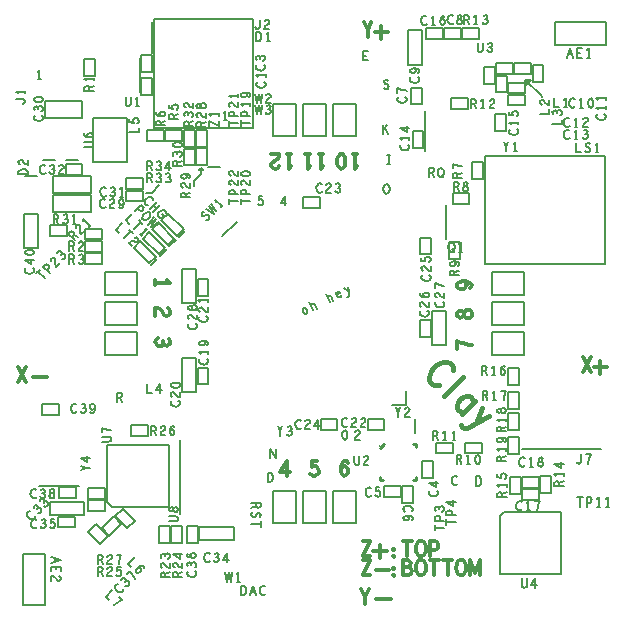
<source format=gto>
G04 ================== begin FILE IDENTIFICATION RECORD ==================*
G04 Layout Name:  E:/git/clay/Circuit/R6_1/allegro_c6r3/CLAYc6r3.brd*
G04 Film Name:    SILK_TOP*
G04 File Format:  Gerber RS274X*
G04 File Origin:  Cadence Allegro 16.6-P004*
G04 Origin Date:  Sun Mar 06 08:34:24 2016*
G04 *
G04 Layer:  REF DES/SILKSCREEN_TOP*
G04 Layer:  PACKAGE GEOMETRY/SILKSCREEN_TOP*
G04 Layer:  BOARD GEOMETRY/SILKSCREEN_TOP*
G04 *
G04 Offset:    (0.00 0.00)*
G04 Mirror:    No*
G04 Mode:      Positive*
G04 Rotation:  0*
G04 FullContactRelief:  No*
G04 UndefLineWidth:     10.00*
G04 ================== end FILE IDENTIFICATION RECORD ====================*
%FSLAX25Y25*MOIN*%
%IR0*IPPOS*OFA0.00000B0.00000*MIA0B0*SFA1.00000B1.00000*%
%ADD10C,.012*%
%ADD11C,.017*%
%ADD12C,.01*%
%ADD13C,.005*%
%ADD14C,.006*%
G75*
%LPD*%
G75*
G36*
G01X22187Y-44303D02*
G03I-389J0D01*
G37*
G54D10*
G01X-98830Y-22700D02*
X-96170Y-17700D01*
G01X-98830D02*
X-96170Y-22700D01*
G01X-93823Y-21033D02*
X-92177D01*
G01X-93500Y-21000D02*
X-89100D01*
G01X-52000Y-8007D02*
X-52583Y-8387D01*
X-52917Y-8893D01*
X-53000Y-9463D01*
X-52917Y-9970D01*
X-52500Y-10477D01*
X-52000Y-10793D01*
X-51500Y-10857D01*
X-50917Y-10730D01*
X-50500Y-10287D01*
X-50333Y-9843D01*
Y-9273D01*
G01Y-9843D02*
X-50083Y-10223D01*
X-49667Y-10540D01*
X-49167Y-10667D01*
X-48667Y-10540D01*
X-48250Y-10223D01*
X-48000Y-9653D01*
X-48083Y-9083D01*
X-48417Y-8513D01*
G01X-48833Y1803D02*
X-48333Y1423D01*
X-48083Y980D01*
X-48000Y473D01*
X-48167Y-160D01*
X-48583Y-603D01*
X-49083Y-730D01*
X-49583Y-667D01*
X-50000Y-413D01*
X-50833Y853D01*
X-51417Y1423D01*
X-52250Y1803D01*
X-53000Y1930D01*
Y-730D01*
G01Y10300D02*
X-48000D01*
X-49000Y11060D01*
G01X-53000D02*
Y9540D01*
G01X-9040Y-54100D02*
Y-49100D01*
X-11383Y-52683D01*
X-8217D01*
G01X2300Y53200D02*
Y48200D01*
X3060Y49200D01*
G01Y53200D02*
X1540D01*
G01X-2200D02*
Y48200D01*
X-1440Y49200D01*
G01Y53200D02*
X-2960D01*
G01X-8500D02*
Y48200D01*
X-7740Y49200D01*
G01Y53200D02*
X-9260D01*
G01X-11797Y49033D02*
X-12177Y48533D01*
X-12620Y48283D01*
X-13127Y48200D01*
X-13760Y48367D01*
X-14203Y48783D01*
X-14330Y49283D01*
X-14267Y49783D01*
X-14013Y50200D01*
X-12747Y51033D01*
X-12177Y51617D01*
X-11797Y52450D01*
X-11670Y53200D01*
X-14330D01*
G01X-1293Y-53350D02*
X-913Y-53767D01*
X-470Y-54017D01*
X100Y-54100D01*
X670Y-53933D01*
X1113Y-53600D01*
X1430Y-53017D01*
X1493Y-52350D01*
X1367Y-51683D01*
X1050Y-51267D01*
X607Y-50933D01*
X163Y-50850D01*
X-280Y-50933D01*
X-850Y-51267D01*
X-660Y-49100D01*
X1050D01*
G01X8797Y-52017D02*
X9240Y-51433D01*
X9620Y-51100D01*
X10127Y-50933D01*
X10570Y-51100D01*
X10887Y-51433D01*
X11140Y-51933D01*
X11203Y-52517D01*
X11140Y-53017D01*
X10887Y-53517D01*
X10507Y-53933D01*
X10063Y-54100D01*
X9557Y-53933D01*
X9113Y-53433D01*
X8860Y-52683D01*
X8797Y-51850D01*
X8923Y-50767D01*
X9113Y-50183D01*
X9430Y-49600D01*
X9873Y-49183D01*
X10317Y-49100D01*
X10760Y-49267D01*
X11077Y-49683D01*
G01X13500Y53200D02*
Y48200D01*
X14260Y49200D01*
G01Y53200D02*
X12740D01*
G01X9000Y48200D02*
X9507Y48367D01*
X9887Y48783D01*
X10140Y49283D01*
X10330Y49950D01*
X10393Y50700D01*
X10330Y51450D01*
X10140Y52117D01*
X9887Y52617D01*
X9507Y53033D01*
X9000Y53200D01*
X8493Y53033D01*
X8113Y52617D01*
X7860Y52117D01*
X7670Y51450D01*
X7607Y50700D01*
X7670Y49950D01*
X7860Y49283D01*
X8113Y48783D01*
X8493Y48367D01*
X9000Y48200D01*
G01X16900Y-96700D02*
Y-94450D01*
X15633Y-91700D01*
G01X18167D02*
X16900Y-94450D01*
G01X20577Y-95033D02*
X22223D01*
G01X25600Y-95000D02*
X21200D01*
G01X16297Y-75900D02*
X18703D01*
X16297Y-80900D01*
X18703D01*
G01X21303Y-79233D02*
X22823D01*
G01X22000Y-78150D02*
Y-80317D01*
G01X26500Y-81067D02*
X26373Y-80983D01*
Y-80817D01*
X26500Y-80733D01*
X26627Y-80817D01*
Y-80983D01*
X26500Y-81067D01*
G01Y-78817D02*
X26373Y-78733D01*
Y-78567D01*
X26500Y-78483D01*
X26627Y-78567D01*
Y-78733D01*
X26500Y-78817D01*
G01X31000Y-75900D02*
Y-80900D01*
G01X29543Y-75900D02*
X32457D01*
G01X35500Y-80900D02*
X34993Y-80817D01*
X34550Y-80483D01*
X34170Y-79983D01*
X33917Y-79400D01*
X33790Y-78733D01*
Y-78067D01*
X33917Y-77400D01*
X34170Y-76817D01*
X34550Y-76317D01*
X34993Y-75983D01*
X35500Y-75900D01*
X36007Y-75983D01*
X36450Y-76317D01*
X36830Y-76817D01*
X37083Y-77400D01*
X37210Y-78067D01*
Y-78733D01*
X37083Y-79400D01*
X36830Y-79983D01*
X36450Y-80483D01*
X36007Y-80817D01*
X35500Y-80900D01*
G01X38733D02*
Y-75900D01*
X40253D01*
X40760Y-76150D01*
X41140Y-76733D01*
X41267Y-77400D01*
X41140Y-78067D01*
X40823Y-78567D01*
X40253Y-78817D01*
X38733D01*
G01X16297Y-82200D02*
X18703D01*
X16297Y-87200D01*
X18703D01*
G01X21177Y-85533D02*
X22823D01*
G01X26500Y-87367D02*
X26373Y-87283D01*
Y-87117D01*
X26500Y-87033D01*
X26627Y-87117D01*
Y-87283D01*
X26500Y-87367D01*
G01Y-85117D02*
X26373Y-85033D01*
Y-84867D01*
X26500Y-84783D01*
X26627Y-84867D01*
Y-85033D01*
X26500Y-85117D01*
G01X31507Y-84533D02*
X31760Y-84283D01*
X31950Y-83867D01*
X32077Y-83283D01*
X31950Y-82783D01*
X31697Y-82450D01*
X31253Y-82200D01*
X29543D01*
Y-87200D01*
X31633D01*
X32077Y-86867D01*
X32330Y-86367D01*
X32457Y-85783D01*
X32330Y-85200D01*
X31950Y-84700D01*
X31507Y-84533D01*
X29543D01*
G01X35500Y-87200D02*
X34993Y-87117D01*
X34550Y-86783D01*
X34170Y-86283D01*
X33917Y-85700D01*
X33790Y-85033D01*
Y-84367D01*
X33917Y-83700D01*
X34170Y-83117D01*
X34550Y-82617D01*
X34993Y-82283D01*
X35500Y-82200D01*
X36007Y-82283D01*
X36450Y-82617D01*
X36830Y-83117D01*
X37083Y-83700D01*
X37210Y-84367D01*
Y-85033D01*
X37083Y-85700D01*
X36830Y-86283D01*
X36450Y-86783D01*
X36007Y-87117D01*
X35500Y-87200D01*
G01X40000Y-82200D02*
Y-87200D01*
G01X38543Y-82200D02*
X41457D01*
G01X44500D02*
Y-87200D01*
G01X43043Y-82200D02*
X45957D01*
G01X49000Y-87200D02*
X48493Y-87117D01*
X48050Y-86783D01*
X47670Y-86283D01*
X47417Y-85700D01*
X47290Y-85033D01*
Y-84367D01*
X47417Y-83700D01*
X47670Y-83117D01*
X48050Y-82617D01*
X48493Y-82283D01*
X49000Y-82200D01*
X49507Y-82283D01*
X49950Y-82617D01*
X50330Y-83117D01*
X50583Y-83700D01*
X50710Y-84367D01*
Y-85033D01*
X50583Y-85700D01*
X50330Y-86283D01*
X49950Y-86783D01*
X49507Y-87117D01*
X49000Y-87200D01*
G01X51853D02*
Y-82200D01*
X53500Y-86367D01*
X55147Y-82200D01*
Y-87200D01*
G01X24136Y-79203D02*
X19736D01*
G01X21936Y-81503D02*
Y-77103D01*
G01X24836Y-85503D02*
X20436D01*
G01X17800Y92100D02*
Y94350D01*
X16533Y97100D01*
G01X19067D02*
X17800Y94350D01*
G01X21603Y93767D02*
X23123D01*
G01X22300Y94850D02*
Y92683D01*
G01X24500Y93800D02*
X20100D01*
G01X22400Y95900D02*
Y91500D01*
G01X52570Y-10547D02*
X51487Y-10420D01*
X50570Y-10230D01*
X49737Y-9977D01*
X48820Y-9660D01*
X47570Y-9153D01*
Y-11687D01*
G01X52570Y-220D02*
X52487Y223D01*
X52237Y730D01*
X51820Y1047D01*
X51237Y1173D01*
X50653Y1047D01*
X50153Y667D01*
X49903Y97D01*
Y-537D01*
X49737Y-917D01*
X49320Y-1233D01*
X48737Y-1360D01*
X48153Y-1170D01*
X47737Y-727D01*
X47570Y-220D01*
X47737Y287D01*
X48153Y730D01*
X48737Y920D01*
X49320Y793D01*
X49737Y477D01*
X49903Y97D01*
Y-537D01*
X50153Y-1107D01*
X50653Y-1487D01*
X51237Y-1613D01*
X51820Y-1487D01*
X52237Y-1170D01*
X52487Y-663D01*
X52570Y-220D01*
G01X51987Y8403D02*
X52403Y8847D01*
X52570Y9353D01*
X52403Y9860D01*
X51903Y10303D01*
X51153Y10620D01*
X50403Y10747D01*
X49487D01*
X48737Y10620D01*
X48070Y10303D01*
X47737Y9923D01*
X47570Y9480D01*
X47737Y8973D01*
X48070Y8593D01*
X48570Y8340D01*
X49237Y8213D01*
X49820Y8340D01*
X50403Y8657D01*
X50737Y9037D01*
X50820Y9480D01*
X50653Y9987D01*
X50237Y10367D01*
X49487Y10747D01*
G01X89470Y-19500D02*
X92130Y-14500D01*
G01X89470D02*
X92130Y-19500D01*
G01X94603Y-17833D02*
X96123D01*
G01X95300Y-16750D02*
Y-18917D01*
G01Y-20100D02*
Y-15700D01*
G01X97600Y-17800D02*
X93200D01*
G54D11*
G01X46217Y-18750D02*
X46076Y-17972D01*
X45752Y-17224D01*
X45139Y-16611D01*
X44131Y-16240D01*
X43065Y-16234D01*
X42045Y-16487D01*
X40678Y-17241D01*
X39647Y-18119D01*
X38845Y-19227D01*
X38439Y-20093D01*
X38262Y-21189D01*
X38374Y-22150D01*
X38698Y-22898D01*
X39234Y-23434D01*
X39983Y-23758D01*
X40760Y-23900D01*
X41568Y-23859D01*
G01X43294Y-27494D02*
X49658Y-21130D01*
G01X49269Y-33469D02*
X53512Y-29227D01*
G01X52769Y-29969D02*
X52887Y-29238D01*
X52639Y-28566D01*
X52209Y-27924D01*
X51461Y-27600D01*
X50577Y-27565D01*
X49634Y-27895D01*
X48632Y-28590D01*
X47937Y-29592D01*
X47607Y-30535D01*
X47643Y-31418D01*
X47967Y-32167D01*
X48609Y-32597D01*
X49387Y-32738D01*
X50117Y-32621D01*
G01X48968Y-36987D02*
X49216Y-37658D01*
X50041Y-38059D01*
X50848Y-38018D01*
X51685Y-37794D01*
X53841Y-36557D01*
X58337Y-34052D01*
G01X55886Y-31601D02*
X53841Y-36557D01*
G54D12*
G01X22821Y-55406D02*
X21994D01*
Y-54500D01*
G01Y-44854D02*
X23254Y-43594D01*
G01X33806Y-54421D02*
Y-55406D01*
X32979D01*
G01X32821Y-43594D02*
X33806D01*
Y-44539D01*
G54D13*
G01X-89600Y-80100D02*
Y-97300D01*
X-97200D01*
Y-80100D01*
X-89600D01*
G01X-76800Y-67300D02*
X-88200D01*
Y-62700D01*
X-76800D01*
Y-67300D01*
G01X-79700Y-71300D02*
X-85300D01*
Y-67700D01*
X-79700D01*
Y-71300D01*
G01X-91600Y-57450D02*
X-78400D01*
G01X-90650Y-30200D02*
X-85050D01*
Y-33800D01*
X-90650D01*
Y-30200D01*
G01X-96600Y21700D02*
Y33100D01*
X-92000D01*
Y21700D01*
X-96600D01*
G01X-87100Y34000D02*
Y39600D01*
X-74500D01*
Y34000D01*
X-87100D01*
G01X-88100Y29400D02*
X-82500D01*
Y25800D01*
X-88100D01*
Y29400D01*
G01X-87100Y40100D02*
Y45700D01*
X-74500D01*
Y40100D01*
X-87100D01*
G01X-86500Y51200D02*
X-90500D01*
G01X-92300Y45900D02*
X-96400D01*
G01X-89900Y65300D02*
Y70900D01*
X-77300D01*
Y65300D01*
X-89900D01*
G01X-72807Y-70247D02*
X-68847Y-74207D01*
X-71393Y-76753D01*
X-75353Y-72793D01*
X-72807Y-70247D01*
G01X-48400Y-43800D02*
X-69000D01*
Y-62800D01*
X-67400Y-64400D01*
X-48400D01*
Y-43800D01*
G01X-69700Y-65800D02*
X-75300D01*
Y-62200D01*
X-69700D01*
Y-65800D01*
G01X-75300Y-58200D02*
X-69700D01*
Y-61800D01*
X-75300D01*
Y-58200D01*
G01X-64347Y-70193D02*
X-68307Y-74153D01*
X-70853Y-71607D01*
X-66893Y-67647D01*
X-64347Y-70193D01*
G01X-79350Y-61500D02*
X-84950D01*
Y-57900D01*
X-79350D01*
Y-61500D01*
G01X-59200Y-13800D02*
Y-6200D01*
X-69800D01*
Y-13800D01*
X-59200D01*
G01Y-3800D02*
Y3800D01*
X-69800D01*
Y-3800D01*
X-59200D01*
G01X-70800Y20600D02*
X-76400D01*
Y24200D01*
X-70800D01*
Y20600D01*
G01Y16500D02*
X-76400D01*
Y20100D01*
X-70800D01*
Y16500D01*
G01X-59200Y6200D02*
Y13800D01*
X-69800D01*
Y6200D01*
X-59200D01*
G01X-70800Y24700D02*
X-76400D01*
Y28300D01*
X-70800D01*
Y24700D01*
G01X-62500Y65100D02*
Y50500D01*
X-73700D01*
Y65100D01*
X-62500D01*
G01X-78700Y51200D02*
X-82700D01*
G01X-77300Y46200D02*
X-82900D01*
Y49800D01*
X-77300D01*
Y46200D01*
G01X-76800Y79200D02*
Y84800D01*
X-73200D01*
Y79200D01*
X-76800D01*
G01X-62393Y-71553D02*
X-66353Y-67593D01*
X-63807Y-65047D01*
X-59847Y-69007D01*
X-62393Y-71553D01*
G01X-61000Y-37300D02*
X-55400D01*
Y-40900D01*
X-61000D01*
Y-37300D01*
G01X-54449Y16202D02*
X-52329Y18323D01*
G01X-54944Y16697D02*
X-60178Y21929D01*
X-58056Y24051D01*
X-52824Y18818D01*
X-54944Y16697D01*
G01X-51868Y19772D02*
X-57100Y25005D01*
X-54980Y27125D01*
X-49746Y21893D01*
X-51868Y19772D01*
G01X-48790Y22848D02*
X-54023Y28081D01*
X-51902Y30201D01*
X-46670Y24970D01*
X-48790Y22848D01*
G01X-57000Y37400D02*
X-62600D01*
Y41000D01*
X-57000D01*
Y37400D01*
G01X-62600Y45100D02*
X-57000D01*
Y41500D01*
X-62600D01*
Y45100D01*
G01X-53400Y61800D02*
X-20400D01*
Y98100D01*
X-53400D01*
Y61800D01*
G01X-50200Y57600D02*
X-55800D01*
Y61200D01*
X-50200D01*
Y57600D01*
G01X-58100Y73700D02*
Y85300D01*
G01X-57700Y72900D02*
Y78500D01*
X-54100D01*
Y72900D01*
X-57700D01*
G01X-54100Y86100D02*
Y80500D01*
X-57700D01*
Y86100D01*
X-54100D01*
G01X-54000Y87000D02*
Y97200D01*
G01X-38300Y-71000D02*
X-26900D01*
Y-75600D01*
X-38300D01*
Y-71000D01*
G01X-51600Y-76400D02*
Y-70800D01*
X-48000D01*
Y-76400D01*
X-51600D01*
G01X-47600D02*
Y-70800D01*
X-44000D01*
Y-76400D01*
X-47600D01*
G01X-38800Y-70800D02*
Y-76400D01*
X-42400D01*
Y-70800D01*
X-38800D01*
G01X-44800Y-42300D02*
Y-66700D01*
G01X-39400Y-14800D02*
Y-26200D01*
X-44000D01*
Y-14800D01*
X-39400D01*
G01X-35300Y-18000D02*
Y-23600D01*
X-38900D01*
Y-18000D01*
X-35300D01*
G01X-39400Y14800D02*
Y3400D01*
X-44000D01*
Y14800D01*
X-39400D01*
G01X-51372Y19278D02*
X-49251Y21399D01*
G01X-35300Y11500D02*
Y5900D01*
X-38900D01*
Y11500D01*
X-35300D01*
G01X-48295Y22353D02*
X-46175Y24475D01*
G01X-45220Y25430D02*
X-43098Y27552D01*
G01X-45714Y25925D02*
X-50947Y31158D01*
X-48826Y33279D01*
X-43593Y28047D01*
X-45714Y25925D01*
G01X-39400Y49500D02*
Y55100D01*
X-35800D01*
Y49500D01*
X-39400D01*
G01X-43500Y49400D02*
Y55000D01*
X-39900D01*
Y49400D01*
X-43500D01*
G01X-49700Y61200D02*
X-44100D01*
Y57600D01*
X-49700D01*
Y61200D01*
G01X-43500Y55600D02*
Y61200D01*
X-39900D01*
Y55600D01*
X-43500D01*
G01X-39400D02*
Y61200D01*
X-35800D01*
Y55600D01*
X-39400D01*
G01X-30600Y25800D02*
X-25800Y30600D01*
G01X-35400Y49000D02*
X-31300D01*
G01X3800Y-59200D02*
X-3800D01*
Y-69800D01*
X3800D01*
Y-59200D01*
G01X-6200D02*
X-13800D01*
Y-69800D01*
X-6200D01*
Y-59200D01*
G01X-3600Y38900D02*
X2000D01*
Y35300D01*
X-3600D01*
Y38900D01*
G01X-3800Y59200D02*
X3800D01*
Y69800D01*
X-3800D01*
Y59200D01*
G01X-13800D02*
X-6200D01*
Y69800D01*
X-13800D01*
Y59200D01*
G01X13800Y-59200D02*
X6200D01*
Y-69800D01*
X13800D01*
Y-59200D01*
G01X2100Y-35300D02*
X7700D01*
Y-38900D01*
X2100D01*
Y-35300D01*
G01X6200Y59200D02*
X13800D01*
Y69800D01*
X6200D01*
Y59200D01*
G01X23300Y-57400D02*
X28900D01*
Y-61000D01*
X23300D01*
Y-57400D01*
G01X32900D02*
Y-63000D01*
X29300D01*
Y-57400D01*
X32900D01*
G01X30600Y-25800D02*
Y-30600D01*
X25800D01*
G01X17800Y-35300D02*
X23400D01*
Y-38900D01*
X17800D01*
Y-35300D01*
G01X46200Y-46600D02*
X40600D01*
Y-43000D01*
X46200D01*
Y-46600D01*
G01X35900Y-54800D02*
Y-49200D01*
X39500D01*
Y-54800D01*
X35900D01*
G01X33600Y-39900D02*
Y-35300D01*
G01X44000Y1000D02*
Y-10400D01*
X39400D01*
Y1000D01*
X44000D01*
G01X38900Y-2100D02*
Y-7700D01*
X35300D01*
Y-2100D01*
X38900D01*
G01X44900Y18200D02*
Y23800D01*
X48500D01*
Y18200D01*
X44900D01*
G01X38900Y25300D02*
Y19700D01*
X35300D01*
Y25300D01*
X38900D01*
G01X46100Y40200D02*
X51700D01*
Y36600D01*
X46100D01*
Y40200D01*
G01X44000Y24900D02*
Y36100D01*
G01X36950Y67350D02*
Y54150D01*
G01X45500Y71700D02*
X51100D01*
Y68100D01*
X45500D01*
Y71700D01*
G01X32200Y69700D02*
Y75300D01*
X35800D01*
Y69700D01*
X32200D01*
G01X32800Y55100D02*
Y60700D01*
X36400D01*
Y55100D01*
X32800D01*
G01X31200Y83000D02*
Y94400D01*
X35800D01*
Y83000D01*
X31200D01*
G01X43200Y95100D02*
X48800D01*
Y91500D01*
X43200D01*
Y95100D01*
G01X42800Y91500D02*
X37200D01*
Y95100D01*
X42800D01*
Y91500D01*
G01X61800Y-67500D02*
Y-86800D01*
X82400D01*
Y-66200D01*
X63100D01*
X61800Y-67500D01*
G01X50300Y-43000D02*
X55900D01*
Y-46600D01*
X50300D01*
Y-43000D01*
G01X59200Y-6200D02*
Y-13800D01*
X69800D01*
Y-6200D01*
X59200D01*
G01Y3800D02*
Y-3800D01*
X69800D01*
Y3800D01*
X59200D01*
G01X56800Y52500D02*
Y16500D01*
X96800D01*
Y52500D01*
X56800D01*
G01X59200Y13800D02*
Y6200D01*
X69800D01*
Y13800D01*
X59200D01*
G01X52700Y44800D02*
Y50400D01*
X56300D01*
Y44800D01*
X52700D01*
G01X63800Y66400D02*
Y60800D01*
X60200D01*
Y66400D01*
X63800D01*
G01X64300Y79300D02*
Y73700D01*
X60700D01*
Y79300D01*
X64300D01*
G01X56600Y76600D02*
Y82200D01*
X60200D01*
Y76600D01*
X56600D01*
G01X60700Y83400D02*
X66300D01*
Y79800D01*
X60700D01*
Y83400D01*
G01X54900Y91500D02*
X49300D01*
Y95100D01*
X54900D01*
Y91500D01*
G01X74900Y-62000D02*
X69300D01*
Y-58400D01*
X74900D01*
Y-62000D01*
G01X95700Y-45300D02*
X69300D01*
G01X64700Y-46800D02*
Y-41200D01*
X68300D01*
Y-46800D01*
X64700D01*
G01X79000Y-54200D02*
Y-59800D01*
X75400D01*
Y-54200D01*
X79000D01*
G01X68800Y-54400D02*
Y-60000D01*
X65200D01*
Y-54400D01*
X68800D01*
G01X74900Y-58000D02*
X69300D01*
Y-54400D01*
X74900D01*
Y-58000D01*
G01X68300Y-33200D02*
Y-38800D01*
X64700D01*
Y-33200D01*
X68300D01*
G01X64700Y-31800D02*
Y-26200D01*
X68300D01*
Y-31800D01*
X64700D01*
G01X68300Y-18200D02*
Y-23800D01*
X64700D01*
Y-18200D01*
X68300D01*
G01X64700Y73000D02*
X70300D01*
Y69400D01*
X64700D01*
Y73000D01*
G01X75900Y72300D02*
Y72400D01*
X70400Y77900D01*
X72200D01*
X70500Y76200D01*
X70400Y76300D01*
Y77900D01*
G01X64700Y77000D02*
X70300D01*
Y73400D01*
X64700D01*
Y77000D01*
G01X76400Y82900D02*
Y77300D01*
X72800D01*
Y82900D01*
X76400D01*
G01X66700Y83400D02*
X72300D01*
Y79800D01*
X66700D01*
Y83400D01*
G01X80100Y97200D02*
X97300D01*
Y89600D01*
X80100D01*
Y97200D01*
G54D14*
G01X-87600Y-81092D02*
X-84500Y-82050D01*
X-87600Y-83008D01*
G01X-86515Y-82663D02*
Y-81437D01*
G01X-87600Y-85917D02*
Y-84383D01*
X-84500D01*
Y-85917D01*
G01X-85998Y-85303D02*
Y-84383D01*
G01X-85017Y-87522D02*
X-84707Y-87752D01*
X-84552Y-88020D01*
X-84500Y-88327D01*
X-84603Y-88710D01*
X-84862Y-88978D01*
X-85172Y-89055D01*
X-85482Y-89017D01*
X-85740Y-88863D01*
X-86257Y-88097D01*
X-86618Y-87752D01*
X-87135Y-87522D01*
X-87600Y-87445D01*
Y-89055D01*
G01X-94800Y-65881D02*
X-95072Y-65934D01*
X-95335Y-66051D01*
X-95552Y-66268D01*
X-95686Y-66621D01*
X-95693Y-66994D01*
X-95609Y-67348D01*
X-95353Y-67822D01*
X-95051Y-68178D01*
X-94668Y-68453D01*
X-94367Y-68591D01*
X-93985Y-68647D01*
X-93650Y-68603D01*
X-93387Y-68487D01*
X-93197Y-68297D01*
X-93080Y-68034D01*
X-93027Y-67762D01*
X-93038Y-67480D01*
G01X-92230Y-66453D02*
X-91811Y-66546D01*
X-91448Y-66475D01*
X-91168Y-66268D01*
X-90987Y-66014D01*
X-90953Y-65615D01*
X-91037Y-65260D01*
X-91229Y-65014D01*
X-91539Y-64812D01*
X-91911Y-64819D01*
X-92174Y-64936D01*
X-92418Y-65180D01*
G01X-92174Y-64936D02*
X-92121Y-64664D01*
X-92168Y-64346D01*
X-92333Y-64072D01*
X-92607Y-63907D01*
X-92925Y-63860D01*
X-93278Y-63994D01*
X-93486Y-64275D01*
X-93584Y-64665D01*
G01X-90038Y-64261D02*
X-89619Y-64354D01*
X-89256Y-64283D01*
X-88976Y-64076D01*
X-88795Y-63822D01*
X-88761Y-63423D01*
X-88845Y-63068D01*
X-89037Y-62822D01*
X-89347Y-62620D01*
X-89719Y-62627D01*
X-89982Y-62744D01*
X-90226Y-62988D01*
G01X-89982Y-62744D02*
X-89929Y-62472D01*
X-89976Y-62154D01*
X-90141Y-61880D01*
X-90415Y-61715D01*
X-90733Y-61668D01*
X-91086Y-61802D01*
X-91294Y-62083D01*
X-91392Y-62473D01*
G01X-92807Y-58758D02*
X-93037Y-58603D01*
X-93305Y-58500D01*
X-93612D01*
X-93957Y-58655D01*
X-94225Y-58913D01*
X-94417Y-59223D01*
X-94570Y-59740D01*
X-94608Y-60205D01*
X-94532Y-60670D01*
X-94417Y-60980D01*
X-94187Y-61290D01*
X-93918Y-61497D01*
X-93650Y-61600D01*
X-93382D01*
X-93113Y-61497D01*
X-92883Y-61342D01*
X-92692Y-61135D01*
G01X-91393Y-60980D02*
X-91163Y-61342D01*
X-90857Y-61548D01*
X-90512Y-61600D01*
X-90205Y-61548D01*
X-89898Y-61290D01*
X-89707Y-60980D01*
X-89668Y-60670D01*
X-89745Y-60308D01*
X-90013Y-60050D01*
X-90282Y-59947D01*
X-90627D01*
G01X-90282D02*
X-90052Y-59792D01*
X-89860Y-59533D01*
X-89783Y-59223D01*
X-89860Y-58913D01*
X-90052Y-58655D01*
X-90397Y-58500D01*
X-90742Y-58552D01*
X-91087Y-58758D01*
G01X-87450Y-61600D02*
X-87182Y-61548D01*
X-86875Y-61393D01*
X-86683Y-61135D01*
X-86607Y-60773D01*
X-86683Y-60412D01*
X-86913Y-60102D01*
X-87258Y-59947D01*
X-87642D01*
X-87872Y-59843D01*
X-88063Y-59585D01*
X-88140Y-59223D01*
X-88025Y-58862D01*
X-87757Y-58603D01*
X-87450Y-58500D01*
X-87143Y-58603D01*
X-86875Y-58862D01*
X-86760Y-59223D01*
X-86837Y-59585D01*
X-87028Y-59843D01*
X-87258Y-59947D01*
X-87642D01*
X-87987Y-60102D01*
X-88217Y-60412D01*
X-88293Y-60773D01*
X-88217Y-61135D01*
X-88025Y-61393D01*
X-87718Y-61548D01*
X-87450Y-61600D01*
G01X-92607Y-68758D02*
X-92837Y-68603D01*
X-93105Y-68500D01*
X-93412D01*
X-93757Y-68655D01*
X-94025Y-68913D01*
X-94217Y-69223D01*
X-94370Y-69740D01*
X-94408Y-70205D01*
X-94332Y-70670D01*
X-94217Y-70980D01*
X-93987Y-71290D01*
X-93718Y-71497D01*
X-93450Y-71600D01*
X-93182D01*
X-92913Y-71497D01*
X-92683Y-71342D01*
X-92492Y-71135D01*
G01X-91193Y-70980D02*
X-90963Y-71342D01*
X-90657Y-71548D01*
X-90312Y-71600D01*
X-90005Y-71548D01*
X-89698Y-71290D01*
X-89507Y-70980D01*
X-89468Y-70670D01*
X-89545Y-70308D01*
X-89813Y-70050D01*
X-90082Y-69947D01*
X-90427D01*
G01X-90082D02*
X-89852Y-69792D01*
X-89660Y-69533D01*
X-89583Y-69223D01*
X-89660Y-68913D01*
X-89852Y-68655D01*
X-90197Y-68500D01*
X-90542Y-68552D01*
X-90887Y-68758D01*
G01X-88093Y-71135D02*
X-87863Y-71393D01*
X-87595Y-71548D01*
X-87250Y-71600D01*
X-86905Y-71497D01*
X-86637Y-71290D01*
X-86445Y-70928D01*
X-86407Y-70515D01*
X-86483Y-70102D01*
X-86675Y-69843D01*
X-86943Y-69637D01*
X-87212Y-69585D01*
X-87480Y-69637D01*
X-87825Y-69843D01*
X-87710Y-68500D01*
X-86675D01*
G01X-91979Y14005D02*
X-89787Y11813D01*
G01X-92602Y13382D02*
X-91355Y14629D01*
G01X-88137Y13463D02*
X-90329Y15655D01*
X-89678Y16306D01*
X-89352Y16413D01*
X-88934Y16320D01*
X-88587Y16082D01*
X-88349Y15735D01*
X-88265Y15380D01*
X-88400Y15027D01*
X-89050Y14376D01*
G01X-87745Y17509D02*
X-87801Y17891D01*
X-87721Y18190D01*
X-87541Y18443D01*
X-87197Y18641D01*
X-86824Y18648D01*
X-86551Y18484D01*
X-86359Y18237D01*
X-86284Y17946D01*
X-86461Y17039D01*
X-86449Y16539D01*
X-86247Y16011D01*
X-85972Y15628D01*
X-84834Y16766D01*
G01X-84246Y18231D02*
X-83827Y18138D01*
X-83464Y18209D01*
X-83184Y18416D01*
X-83003Y18670D01*
X-82969Y19069D01*
X-83053Y19424D01*
X-83245Y19670D01*
X-83555Y19872D01*
X-83927Y19865D01*
X-84190Y19748D01*
X-84434Y19504D01*
G01X-84190Y19748D02*
X-84137Y20020D01*
X-84184Y20338D01*
X-84349Y20612D01*
X-84623Y20777D01*
X-84941Y20824D01*
X-85294Y20690D01*
X-85502Y20409D01*
X-85600Y20019D01*
G01X-96242Y15093D02*
X-96397Y14863D01*
X-96500Y14595D01*
Y14288D01*
X-96345Y13943D01*
X-96087Y13675D01*
X-95777Y13483D01*
X-95260Y13330D01*
X-94795Y13292D01*
X-94330Y13368D01*
X-94020Y13483D01*
X-93710Y13713D01*
X-93503Y13982D01*
X-93400Y14250D01*
Y14518D01*
X-93503Y14787D01*
X-93658Y15017D01*
X-93865Y15208D01*
G01X-93400Y17810D02*
X-96500D01*
X-94278Y16392D01*
Y18308D01*
G01X-96500Y20450D02*
X-96397Y20143D01*
X-96138Y19913D01*
X-95828Y19760D01*
X-95415Y19645D01*
X-94950Y19607D01*
X-94485Y19645D01*
X-94072Y19760D01*
X-93762Y19913D01*
X-93503Y20143D01*
X-93400Y20450D01*
X-93503Y20757D01*
X-93762Y20987D01*
X-94072Y21140D01*
X-94485Y21255D01*
X-94950Y21293D01*
X-95415Y21255D01*
X-95828Y21140D01*
X-96138Y20987D01*
X-96397Y20757D01*
X-96500Y20450D01*
G01X-86917Y30000D02*
Y33100D01*
X-85958D01*
X-85652Y32945D01*
X-85460Y32738D01*
X-85383Y32325D01*
X-85460Y31912D01*
X-85690Y31653D01*
X-85958Y31498D01*
X-86917D01*
G01X-85958D02*
X-85383Y30000D01*
G01X-83893Y30620D02*
X-83663Y30258D01*
X-83357Y30052D01*
X-83012Y30000D01*
X-82705Y30052D01*
X-82398Y30310D01*
X-82207Y30620D01*
X-82168Y30930D01*
X-82245Y31292D01*
X-82513Y31550D01*
X-82782Y31653D01*
X-83127D01*
G01X-82782D02*
X-82552Y31808D01*
X-82360Y32067D01*
X-82283Y32377D01*
X-82360Y32687D01*
X-82552Y32945D01*
X-82897Y33100D01*
X-83242Y33048D01*
X-83587Y32842D01*
G01X-79950Y30000D02*
Y33100D01*
X-80410Y32480D01*
G01Y30000D02*
X-79490D01*
G01X-89707Y49342D02*
X-89937Y49497D01*
X-90205Y49600D01*
X-90512D01*
X-90857Y49445D01*
X-91125Y49187D01*
X-91317Y48877D01*
X-91470Y48360D01*
X-91508Y47895D01*
X-91432Y47430D01*
X-91317Y47120D01*
X-91087Y46810D01*
X-90818Y46603D01*
X-90550Y46500D01*
X-90282D01*
X-90013Y46603D01*
X-89783Y46758D01*
X-89592Y46965D01*
G01X-88293Y47120D02*
X-88063Y46758D01*
X-87757Y46552D01*
X-87412Y46500D01*
X-87105Y46552D01*
X-86798Y46810D01*
X-86607Y47120D01*
X-86568Y47430D01*
X-86645Y47792D01*
X-86913Y48050D01*
X-87182Y48153D01*
X-87527D01*
G01X-87182D02*
X-86952Y48308D01*
X-86760Y48567D01*
X-86683Y48877D01*
X-86760Y49187D01*
X-86952Y49445D01*
X-87297Y49600D01*
X-87642Y49548D01*
X-87987Y49342D01*
G01X-85078Y49083D02*
X-84848Y49393D01*
X-84580Y49548D01*
X-84273Y49600D01*
X-83890Y49497D01*
X-83622Y49238D01*
X-83545Y48928D01*
X-83583Y48618D01*
X-83737Y48360D01*
X-84503Y47843D01*
X-84848Y47482D01*
X-85078Y46965D01*
X-85155Y46500D01*
X-83545D01*
G01X-95500Y46507D02*
X-98600D01*
Y47273D01*
X-98445Y47580D01*
X-98238Y47810D01*
X-97928Y48002D01*
X-97567Y48155D01*
X-97050Y48193D01*
X-96533Y48155D01*
X-96172Y48002D01*
X-95862Y47810D01*
X-95655Y47580D01*
X-95500Y47273D01*
Y46507D01*
G01X-98083Y49722D02*
X-98393Y49952D01*
X-98548Y50220D01*
X-98600Y50527D01*
X-98497Y50910D01*
X-98238Y51178D01*
X-97928Y51255D01*
X-97618Y51217D01*
X-97360Y51063D01*
X-96843Y50297D01*
X-96482Y49952D01*
X-95965Y49722D01*
X-95500Y49645D01*
Y51255D01*
G01X-97020Y69983D02*
X-96710Y70175D01*
X-96503Y70405D01*
X-96400Y70673D01*
X-96503Y70980D01*
X-96710Y71210D01*
X-97020Y71440D01*
X-97433Y71517D01*
X-99500D01*
G01X-96400Y73850D02*
X-99500D01*
X-98880Y73390D01*
G01X-96400D02*
Y74310D01*
G01X-93242Y65993D02*
X-93397Y65763D01*
X-93500Y65495D01*
Y65188D01*
X-93345Y64843D01*
X-93087Y64575D01*
X-92777Y64383D01*
X-92260Y64230D01*
X-91795Y64192D01*
X-91330Y64268D01*
X-91020Y64383D01*
X-90710Y64613D01*
X-90503Y64882D01*
X-90400Y65150D01*
Y65418D01*
X-90503Y65687D01*
X-90658Y65917D01*
X-90865Y66108D01*
G01X-91020Y67407D02*
X-90658Y67637D01*
X-90452Y67943D01*
X-90400Y68288D01*
X-90452Y68595D01*
X-90710Y68902D01*
X-91020Y69093D01*
X-91330Y69132D01*
X-91692Y69055D01*
X-91950Y68787D01*
X-92053Y68518D01*
Y68173D01*
G01Y68518D02*
X-92208Y68748D01*
X-92467Y68940D01*
X-92777Y69017D01*
X-93087Y68940D01*
X-93345Y68748D01*
X-93500Y68403D01*
X-93448Y68058D01*
X-93242Y67713D01*
G01X-93500Y71350D02*
X-93397Y71043D01*
X-93138Y70813D01*
X-92828Y70660D01*
X-92415Y70545D01*
X-91950Y70507D01*
X-91485Y70545D01*
X-91072Y70660D01*
X-90762Y70813D01*
X-90503Y71043D01*
X-90400Y71350D01*
X-90503Y71657D01*
X-90762Y71887D01*
X-91072Y72040D01*
X-91485Y72155D01*
X-91950Y72193D01*
X-92415Y72155D01*
X-92828Y72040D01*
X-93138Y71887D01*
X-93397Y71657D01*
X-93500Y71350D01*
G01X-91650Y78050D02*
Y81150D01*
X-92110Y80530D01*
G01Y78050D02*
X-91190D01*
G01X-67337Y-92279D02*
X-69529Y-94471D01*
X-68445Y-95555D01*
G01X-66849Y-97151D02*
X-66320Y-96730D01*
X-65837Y-96410D01*
X-65363Y-96153D01*
X-64826Y-95886D01*
X-64061Y-95555D01*
X-65145Y-94471D01*
G01X-72117Y-87600D02*
Y-84500D01*
X-71158D01*
X-70852Y-84655D01*
X-70660Y-84862D01*
X-70583Y-85275D01*
X-70660Y-85688D01*
X-70890Y-85947D01*
X-71158Y-86102D01*
X-72117D01*
G01X-71158D02*
X-70583Y-87600D01*
G01X-68978Y-85017D02*
X-68748Y-84707D01*
X-68480Y-84552D01*
X-68173Y-84500D01*
X-67790Y-84603D01*
X-67522Y-84862D01*
X-67445Y-85172D01*
X-67483Y-85482D01*
X-67637Y-85740D01*
X-68403Y-86257D01*
X-68748Y-86618D01*
X-68978Y-87135D01*
X-69055Y-87600D01*
X-67445D01*
G01X-65993Y-87135D02*
X-65763Y-87393D01*
X-65495Y-87548D01*
X-65150Y-87600D01*
X-64805Y-87497D01*
X-64537Y-87290D01*
X-64345Y-86928D01*
X-64307Y-86515D01*
X-64383Y-86102D01*
X-64575Y-85843D01*
X-64843Y-85637D01*
X-65112Y-85585D01*
X-65380Y-85637D01*
X-65725Y-85843D01*
X-65610Y-84500D01*
X-64575D01*
G01X-72117Y-83600D02*
Y-80500D01*
X-71158D01*
X-70852Y-80655D01*
X-70660Y-80862D01*
X-70583Y-81275D01*
X-70660Y-81688D01*
X-70890Y-81947D01*
X-71158Y-82102D01*
X-72117D01*
G01X-71158D02*
X-70583Y-83600D01*
G01X-68978Y-81017D02*
X-68748Y-80707D01*
X-68480Y-80552D01*
X-68173Y-80500D01*
X-67790Y-80603D01*
X-67522Y-80862D01*
X-67445Y-81172D01*
X-67483Y-81482D01*
X-67637Y-81740D01*
X-68403Y-82257D01*
X-68748Y-82618D01*
X-68978Y-83135D01*
X-69055Y-83600D01*
X-67445D01*
G01X-65227D02*
X-65150Y-82928D01*
X-65035Y-82360D01*
X-64882Y-81843D01*
X-64690Y-81275D01*
X-64383Y-80500D01*
X-65917D01*
G01X-74800Y-51550D02*
X-76195D01*
X-77900Y-52317D01*
G01Y-50783D02*
X-76195Y-51550D01*
G01X-74800Y-47990D02*
X-77900D01*
X-75678Y-49408D01*
Y-47492D01*
G01X-70900Y-42793D02*
X-68678D01*
X-68213Y-42640D01*
X-67903Y-42333D01*
X-67800Y-41950D01*
X-67903Y-41567D01*
X-68213Y-41260D01*
X-68678Y-41107D01*
X-70900D01*
G01X-67800Y-38927D02*
X-68472Y-38850D01*
X-69040Y-38735D01*
X-69557Y-38582D01*
X-70125Y-38390D01*
X-70900Y-38083D01*
Y-39617D01*
G01X-79307Y-30258D02*
X-79537Y-30103D01*
X-79805Y-30000D01*
X-80112D01*
X-80457Y-30155D01*
X-80725Y-30413D01*
X-80917Y-30723D01*
X-81070Y-31240D01*
X-81108Y-31705D01*
X-81032Y-32170D01*
X-80917Y-32480D01*
X-80687Y-32790D01*
X-80418Y-32997D01*
X-80150Y-33100D01*
X-79882D01*
X-79613Y-32997D01*
X-79383Y-32842D01*
X-79192Y-32635D01*
G01X-77893Y-32480D02*
X-77663Y-32842D01*
X-77357Y-33048D01*
X-77012Y-33100D01*
X-76705Y-33048D01*
X-76398Y-32790D01*
X-76207Y-32480D01*
X-76168Y-32170D01*
X-76245Y-31808D01*
X-76513Y-31550D01*
X-76782Y-31447D01*
X-77127D01*
G01X-76782D02*
X-76552Y-31292D01*
X-76360Y-31033D01*
X-76283Y-30723D01*
X-76360Y-30413D01*
X-76552Y-30155D01*
X-76897Y-30000D01*
X-77242Y-30052D01*
X-77587Y-30258D01*
G01X-74602Y-32738D02*
X-74333Y-32997D01*
X-74027Y-33100D01*
X-73720Y-32997D01*
X-73452Y-32687D01*
X-73260Y-32222D01*
X-73183Y-31757D01*
Y-31188D01*
X-73260Y-30723D01*
X-73452Y-30310D01*
X-73682Y-30103D01*
X-73950Y-30000D01*
X-74257Y-30103D01*
X-74487Y-30310D01*
X-74640Y-30620D01*
X-74717Y-31033D01*
X-74640Y-31395D01*
X-74448Y-31757D01*
X-74218Y-31963D01*
X-73950Y-32015D01*
X-73643Y-31912D01*
X-73413Y-31653D01*
X-73183Y-31188D01*
G01X-81617Y21000D02*
Y24100D01*
X-80658D01*
X-80352Y23945D01*
X-80160Y23738D01*
X-80083Y23325D01*
X-80160Y22912D01*
X-80390Y22653D01*
X-80658Y22498D01*
X-81617D01*
G01X-80658D02*
X-80083Y21000D01*
G01X-78478Y23583D02*
X-78248Y23893D01*
X-77980Y24048D01*
X-77673Y24100D01*
X-77290Y23997D01*
X-77022Y23738D01*
X-76945Y23428D01*
X-76983Y23118D01*
X-77137Y22860D01*
X-77903Y22343D01*
X-78248Y21982D01*
X-78478Y21465D01*
X-78555Y21000D01*
X-76945D01*
G01X-81617Y16600D02*
Y19700D01*
X-80658D01*
X-80352Y19545D01*
X-80160Y19338D01*
X-80083Y18925D01*
X-80160Y18512D01*
X-80390Y18253D01*
X-80658Y18098D01*
X-81617D01*
G01X-80658D02*
X-80083Y16600D01*
G01X-78593Y17220D02*
X-78363Y16858D01*
X-78057Y16652D01*
X-77712Y16600D01*
X-77405Y16652D01*
X-77098Y16910D01*
X-76907Y17220D01*
X-76868Y17530D01*
X-76945Y17892D01*
X-77213Y18150D01*
X-77482Y18253D01*
X-77827D01*
G01X-77482D02*
X-77252Y18408D01*
X-77060Y18667D01*
X-76983Y18977D01*
X-77060Y19287D01*
X-77252Y19545D01*
X-77597Y19700D01*
X-77942Y19648D01*
X-78287Y19442D01*
G01X-69507Y41842D02*
X-69737Y41997D01*
X-70005Y42100D01*
X-70312D01*
X-70657Y41945D01*
X-70925Y41687D01*
X-71117Y41377D01*
X-71270Y40860D01*
X-71308Y40395D01*
X-71232Y39930D01*
X-71117Y39620D01*
X-70887Y39310D01*
X-70618Y39103D01*
X-70350Y39000D01*
X-70082D01*
X-69813Y39103D01*
X-69583Y39258D01*
X-69392Y39465D01*
G01X-68093Y39620D02*
X-67863Y39258D01*
X-67557Y39052D01*
X-67212Y39000D01*
X-66905Y39052D01*
X-66598Y39310D01*
X-66407Y39620D01*
X-66368Y39930D01*
X-66445Y40292D01*
X-66713Y40550D01*
X-66982Y40653D01*
X-67327D01*
G01X-66982D02*
X-66752Y40808D01*
X-66560Y41067D01*
X-66483Y41377D01*
X-66560Y41687D01*
X-66752Y41945D01*
X-67097Y42100D01*
X-67442Y42048D01*
X-67787Y41842D01*
G01X-64150Y39000D02*
Y42100D01*
X-64610Y41480D01*
G01Y39000D02*
X-63690D01*
G01X-69707Y37942D02*
X-69937Y38097D01*
X-70205Y38200D01*
X-70512D01*
X-70857Y38045D01*
X-71125Y37787D01*
X-71317Y37477D01*
X-71470Y36960D01*
X-71508Y36495D01*
X-71432Y36030D01*
X-71317Y35720D01*
X-71087Y35410D01*
X-70818Y35203D01*
X-70550Y35100D01*
X-70282D01*
X-70013Y35203D01*
X-69783Y35358D01*
X-69592Y35565D01*
G01X-68178Y37683D02*
X-67948Y37993D01*
X-67680Y38148D01*
X-67373Y38200D01*
X-66990Y38097D01*
X-66722Y37838D01*
X-66645Y37528D01*
X-66683Y37218D01*
X-66837Y36960D01*
X-67603Y36443D01*
X-67948Y36082D01*
X-68178Y35565D01*
X-68255Y35100D01*
X-66645D01*
G01X-65002Y35462D02*
X-64733Y35203D01*
X-64427Y35100D01*
X-64120Y35203D01*
X-63852Y35513D01*
X-63660Y35978D01*
X-63583Y36443D01*
Y37012D01*
X-63660Y37477D01*
X-63852Y37890D01*
X-64082Y38097D01*
X-64350Y38200D01*
X-64657Y38097D01*
X-64887Y37890D01*
X-65040Y37580D01*
X-65117Y37167D01*
X-65040Y36805D01*
X-64848Y36443D01*
X-64618Y36237D01*
X-64350Y36185D01*
X-64043Y36288D01*
X-63813Y36547D01*
X-63583Y37012D01*
G01X-79829Y24371D02*
X-82021Y26563D01*
X-81343Y27241D01*
X-81017Y27348D01*
X-80735Y27337D01*
X-80389Y27099D01*
X-80151Y26753D01*
X-80131Y26408D01*
X-80211Y26108D01*
X-80888Y25431D01*
G01X-80211Y26108D02*
X-78745Y25455D01*
G01X-79437Y28417D02*
X-79493Y28799D01*
X-79413Y29098D01*
X-79233Y29351D01*
X-78889Y29549D01*
X-78516Y29556D01*
X-78243Y29392D01*
X-78051Y29145D01*
X-77976Y28854D01*
X-78153Y27947D01*
X-78141Y27447D01*
X-77939Y26919D01*
X-77664Y26536D01*
X-76526Y27674D01*
G01X-74903Y29297D02*
X-77095Y31489D01*
X-76982Y30726D01*
G01X-75228Y28972D02*
X-74578Y29622D01*
G01X-76900Y55507D02*
X-74678D01*
X-74213Y55660D01*
X-73903Y55967D01*
X-73800Y56350D01*
X-73903Y56733D01*
X-74213Y57040D01*
X-74678Y57193D01*
X-76900D01*
G01X-75092Y58722D02*
X-75453Y58990D01*
X-75660Y59220D01*
X-75763Y59527D01*
X-75660Y59795D01*
X-75453Y59987D01*
X-75143Y60140D01*
X-74782Y60178D01*
X-74472Y60140D01*
X-74162Y59987D01*
X-73903Y59757D01*
X-73800Y59488D01*
X-73903Y59182D01*
X-74213Y58913D01*
X-74678Y58760D01*
X-75195Y58722D01*
X-75867Y58798D01*
X-76228Y58913D01*
X-76590Y59105D01*
X-76848Y59373D01*
X-76900Y59642D01*
X-76797Y59910D01*
X-76538Y60102D01*
G01X-73500Y74283D02*
X-76600D01*
Y75242D01*
X-76445Y75548D01*
X-76238Y75740D01*
X-75825Y75817D01*
X-75412Y75740D01*
X-75153Y75510D01*
X-74998Y75242D01*
Y74283D01*
G01Y75242D02*
X-73500Y75817D01*
G01Y78150D02*
X-76600D01*
X-75980Y77690D01*
G01X-73500D02*
Y78610D01*
G01X-65500Y-90181D02*
X-65772Y-90234D01*
X-66035Y-90351D01*
X-66252Y-90568D01*
X-66386Y-90921D01*
X-66393Y-91294D01*
X-66309Y-91648D01*
X-66053Y-92122D01*
X-65751Y-92478D01*
X-65368Y-92753D01*
X-65067Y-92891D01*
X-64685Y-92947D01*
X-64350Y-92903D01*
X-64087Y-92787D01*
X-63897Y-92597D01*
X-63780Y-92334D01*
X-63727Y-92062D01*
X-63738Y-91780D01*
G01X-62930Y-90753D02*
X-62511Y-90846D01*
X-62148Y-90775D01*
X-61868Y-90568D01*
X-61687Y-90314D01*
X-61653Y-89915D01*
X-61737Y-89560D01*
X-61929Y-89314D01*
X-62239Y-89112D01*
X-62611Y-89119D01*
X-62874Y-89236D01*
X-63118Y-89480D01*
G01X-62874Y-89236D02*
X-62821Y-88964D01*
X-62868Y-88646D01*
X-63033Y-88372D01*
X-63307Y-88207D01*
X-63625Y-88160D01*
X-63978Y-88294D01*
X-64186Y-88575D01*
X-64284Y-88965D01*
G01X-59757Y-88457D02*
X-60178Y-87928D01*
X-60498Y-87445D01*
X-60755Y-86971D01*
X-61022Y-86434D01*
X-61353Y-85669D01*
X-62437Y-86753D01*
G01X-59837Y-81279D02*
X-62029Y-83471D01*
X-60945Y-84555D01*
G01X-58897Y-84777D02*
X-58451Y-84711D01*
X-58142Y-84727D01*
X-57852Y-84871D01*
X-57736Y-85134D01*
X-57746Y-85416D01*
X-57857Y-85743D01*
X-58086Y-86026D01*
X-58332Y-86218D01*
X-58660Y-86329D01*
X-59005Y-86349D01*
X-59268Y-86232D01*
X-59411Y-85942D01*
X-59382Y-85533D01*
X-59162Y-85096D01*
X-58823Y-84704D01*
X-58294Y-84283D01*
X-57957Y-84109D01*
X-57566Y-83988D01*
X-57194Y-83995D01*
X-56967Y-84149D01*
X-56851Y-84411D01*
X-56898Y-84730D01*
G01X-65617Y-29500D02*
Y-26400D01*
X-64658D01*
X-64352Y-26555D01*
X-64160Y-26762D01*
X-64083Y-27175D01*
X-64160Y-27588D01*
X-64390Y-27847D01*
X-64658Y-28002D01*
X-65617D01*
G01X-64658D02*
X-64083Y-29500D01*
G01X-54317Y-40600D02*
Y-37500D01*
X-53358D01*
X-53052Y-37655D01*
X-52860Y-37862D01*
X-52783Y-38275D01*
X-52860Y-38688D01*
X-53090Y-38947D01*
X-53358Y-39102D01*
X-54317D01*
G01X-53358D02*
X-52783Y-40600D01*
G01X-51178Y-38017D02*
X-50948Y-37707D01*
X-50680Y-37552D01*
X-50373Y-37500D01*
X-49990Y-37603D01*
X-49722Y-37862D01*
X-49645Y-38172D01*
X-49683Y-38482D01*
X-49837Y-38740D01*
X-50603Y-39257D01*
X-50948Y-39618D01*
X-51178Y-40135D01*
X-51255Y-40600D01*
X-49645D01*
G01X-48078Y-39308D02*
X-47810Y-38947D01*
X-47580Y-38740D01*
X-47273Y-38637D01*
X-47005Y-38740D01*
X-46813Y-38947D01*
X-46660Y-39257D01*
X-46622Y-39618D01*
X-46660Y-39928D01*
X-46813Y-40238D01*
X-47043Y-40497D01*
X-47312Y-40600D01*
X-47618Y-40497D01*
X-47887Y-40187D01*
X-48040Y-39722D01*
X-48078Y-39205D01*
X-48002Y-38533D01*
X-47887Y-38172D01*
X-47695Y-37810D01*
X-47427Y-37552D01*
X-47158Y-37500D01*
X-46890Y-37603D01*
X-46698Y-37862D01*
G01X-55717Y-23400D02*
Y-26500D01*
X-54183D01*
G01X-51390D02*
Y-23400D01*
X-52808Y-25622D01*
X-50892D01*
G01X-63937Y30121D02*
X-66129Y27929D01*
X-65045Y26845D01*
G01X-61203Y27387D02*
X-63395Y25195D01*
G01X-61826Y28010D02*
X-60579Y26763D01*
G01X-59891Y25345D02*
X-59509Y25401D01*
X-59210Y25321D01*
X-58957Y25141D01*
X-58759Y24797D01*
X-58752Y24424D01*
X-58916Y24151D01*
X-59163Y23959D01*
X-59454Y23884D01*
X-60361Y24061D01*
X-60861Y24049D01*
X-61389Y23847D01*
X-61772Y23572D01*
X-60634Y22434D01*
G01X-53781Y38000D02*
X-53834Y38272D01*
X-53951Y38535D01*
X-54168Y38752D01*
X-54521Y38886D01*
X-54894Y38893D01*
X-55248Y38809D01*
X-55722Y38553D01*
X-56078Y38251D01*
X-56353Y37868D01*
X-56491Y37567D01*
X-56547Y37185D01*
X-56503Y36850D01*
X-56387Y36587D01*
X-56197Y36397D01*
X-55934Y36280D01*
X-55662Y36227D01*
X-55380Y36238D01*
G01X-54764Y34964D02*
X-52572Y37156D01*
G01X-51434Y36018D02*
X-53626Y33826D01*
G01X-52530Y34922D02*
X-53668Y36060D01*
G01X-50744Y33136D02*
X-50202Y32594D01*
X-50860Y31936D01*
X-51242Y31880D01*
X-51577Y31924D01*
X-51922Y32122D01*
X-52119Y32466D01*
X-52163Y32801D01*
X-52107Y33183D01*
X-51959Y33548D01*
X-51721Y33894D01*
X-51465Y34150D01*
X-51192Y34315D01*
X-50828Y34462D01*
X-50446Y34519D01*
X-50137Y34502D01*
X-49811Y34395D01*
X-49621Y34205D01*
X-49477Y33915D01*
X-49461Y33606D01*
G01X-59829Y34129D02*
X-57637Y36321D01*
X-56986Y35670D01*
X-56879Y35344D01*
X-56972Y34926D01*
X-57210Y34579D01*
X-57557Y34341D01*
X-57912Y34257D01*
X-58265Y34392D01*
X-58916Y35042D01*
G01X-57095Y31395D02*
X-57275Y31648D01*
X-57319Y31984D01*
X-57262Y32366D01*
X-57115Y32730D01*
X-56877Y33077D01*
X-56585Y33369D01*
X-56238Y33607D01*
X-55874Y33754D01*
X-55492Y33811D01*
X-55156Y33767D01*
X-54903Y33587D01*
X-54722Y33334D01*
X-54679Y32998D01*
X-54735Y32616D01*
X-54883Y32252D01*
X-55121Y31905D01*
X-55413Y31613D01*
X-55760Y31375D01*
X-56124Y31227D01*
X-56506Y31171D01*
X-56841Y31215D01*
X-57095Y31395D01*
G01X-53524Y32208D02*
X-55337Y29637D01*
X-52711Y31395D01*
X-54469Y28769D01*
X-51898Y30582D01*
G01X-60637Y33221D02*
X-62829Y31029D01*
X-61745Y29945D01*
G01X-57903Y30487D02*
X-60095Y28295D01*
G01X-58526Y31110D02*
X-57279Y29863D01*
G01X-57903Y26103D02*
X-55711Y28295D01*
X-56474Y28182D01*
G01X-58228Y26428D02*
X-57578Y25778D01*
G01X-56100Y40300D02*
X-54200D01*
X-51800Y42700D01*
G01X-55717Y43700D02*
Y46800D01*
X-54758D01*
X-54452Y46645D01*
X-54260Y46438D01*
X-54183Y46025D01*
X-54260Y45612D01*
X-54490Y45353D01*
X-54758Y45198D01*
X-55717D01*
G01X-54758D02*
X-54183Y43700D01*
G01X-52693Y44320D02*
X-52463Y43958D01*
X-52157Y43752D01*
X-51812Y43700D01*
X-51505Y43752D01*
X-51198Y44010D01*
X-51007Y44320D01*
X-50968Y44630D01*
X-51045Y44992D01*
X-51313Y45250D01*
X-51582Y45353D01*
X-51927D01*
G01X-51582D02*
X-51352Y45508D01*
X-51160Y45767D01*
X-51083Y46077D01*
X-51160Y46387D01*
X-51352Y46645D01*
X-51697Y46800D01*
X-52042Y46748D01*
X-52387Y46542D01*
G01X-49593Y44320D02*
X-49363Y43958D01*
X-49057Y43752D01*
X-48712Y43700D01*
X-48405Y43752D01*
X-48098Y44010D01*
X-47907Y44320D01*
X-47868Y44630D01*
X-47945Y44992D01*
X-48213Y45250D01*
X-48482Y45353D01*
X-48827D01*
G01X-48482D02*
X-48252Y45508D01*
X-48060Y45767D01*
X-47983Y46077D01*
X-48060Y46387D01*
X-48252Y46645D01*
X-48597Y46800D01*
X-48942Y46748D01*
X-49287Y46542D01*
G01X-55717Y47700D02*
Y50800D01*
X-54758D01*
X-54452Y50645D01*
X-54260Y50438D01*
X-54183Y50025D01*
X-54260Y49612D01*
X-54490Y49353D01*
X-54758Y49198D01*
X-55717D01*
G01X-54758D02*
X-54183Y47700D01*
G01X-52693Y48320D02*
X-52463Y47958D01*
X-52157Y47752D01*
X-51812Y47700D01*
X-51505Y47752D01*
X-51198Y48010D01*
X-51007Y48320D01*
X-50968Y48630D01*
X-51045Y48992D01*
X-51313Y49250D01*
X-51582Y49353D01*
X-51927D01*
G01X-51582D02*
X-51352Y49508D01*
X-51160Y49767D01*
X-51083Y50077D01*
X-51160Y50387D01*
X-51352Y50645D01*
X-51697Y50800D01*
X-52042Y50748D01*
X-52387Y50542D01*
G01X-48290Y47700D02*
Y50800D01*
X-49708Y48578D01*
X-47792D01*
G01X-61600Y60383D02*
X-58500D01*
Y61917D01*
G01X-58965Y63407D02*
X-58707Y63637D01*
X-58552Y63905D01*
X-58500Y64250D01*
X-58603Y64595D01*
X-58810Y64863D01*
X-59172Y65055D01*
X-59585Y65093D01*
X-59998Y65017D01*
X-60257Y64825D01*
X-60463Y64557D01*
X-60515Y64288D01*
X-60463Y64020D01*
X-60257Y63675D01*
X-61600Y63790D01*
Y64825D01*
G01X-49700Y62683D02*
X-52800D01*
Y63642D01*
X-52645Y63948D01*
X-52438Y64140D01*
X-52025Y64217D01*
X-51612Y64140D01*
X-51353Y63910D01*
X-51198Y63642D01*
Y62683D01*
G01Y63642D02*
X-49700Y64217D01*
G01X-50992Y65822D02*
X-51353Y66090D01*
X-51560Y66320D01*
X-51663Y66627D01*
X-51560Y66895D01*
X-51353Y67087D01*
X-51043Y67240D01*
X-50682Y67278D01*
X-50372Y67240D01*
X-50062Y67087D01*
X-49803Y66857D01*
X-49700Y66588D01*
X-49803Y66282D01*
X-50113Y66013D01*
X-50578Y65860D01*
X-51095Y65822D01*
X-51767Y65898D01*
X-52128Y66013D01*
X-52490Y66205D01*
X-52748Y66473D01*
X-52800Y66742D01*
X-52697Y67010D01*
X-52438Y67202D01*
G01X-62893Y72200D02*
Y69978D01*
X-62740Y69513D01*
X-62433Y69203D01*
X-62050Y69100D01*
X-61667Y69203D01*
X-61360Y69513D01*
X-61207Y69978D01*
Y72200D01*
G01X-58950Y69100D02*
Y72200D01*
X-59410Y71580D01*
G01Y69100D02*
X-58490D01*
G01X-34907Y-80058D02*
X-35137Y-79903D01*
X-35405Y-79800D01*
X-35712D01*
X-36057Y-79955D01*
X-36325Y-80213D01*
X-36517Y-80523D01*
X-36670Y-81040D01*
X-36708Y-81505D01*
X-36632Y-81970D01*
X-36517Y-82280D01*
X-36287Y-82590D01*
X-36018Y-82797D01*
X-35750Y-82900D01*
X-35482D01*
X-35213Y-82797D01*
X-34983Y-82642D01*
X-34792Y-82435D01*
G01X-33493Y-82280D02*
X-33263Y-82642D01*
X-32957Y-82848D01*
X-32612Y-82900D01*
X-32305Y-82848D01*
X-31998Y-82590D01*
X-31807Y-82280D01*
X-31768Y-81970D01*
X-31845Y-81608D01*
X-32113Y-81350D01*
X-32382Y-81247D01*
X-32727D01*
G01X-32382D02*
X-32152Y-81092D01*
X-31960Y-80833D01*
X-31883Y-80523D01*
X-31960Y-80213D01*
X-32152Y-79955D01*
X-32497Y-79800D01*
X-32842Y-79852D01*
X-33187Y-80058D01*
G01X-29090Y-82900D02*
Y-79800D01*
X-30508Y-82022D01*
X-28592D01*
G01X-48100Y-87817D02*
X-51200D01*
Y-86858D01*
X-51045Y-86552D01*
X-50838Y-86360D01*
X-50425Y-86283D01*
X-50012Y-86360D01*
X-49753Y-86590D01*
X-49598Y-86858D01*
Y-87817D01*
G01Y-86858D02*
X-48100Y-86283D01*
G01X-50683Y-84678D02*
X-50993Y-84448D01*
X-51148Y-84180D01*
X-51200Y-83873D01*
X-51097Y-83490D01*
X-50838Y-83222D01*
X-50528Y-83145D01*
X-50218Y-83183D01*
X-49960Y-83337D01*
X-49443Y-84103D01*
X-49082Y-84448D01*
X-48565Y-84678D01*
X-48100Y-84755D01*
Y-83145D01*
G01X-48720Y-81693D02*
X-48358Y-81463D01*
X-48152Y-81157D01*
X-48100Y-80812D01*
X-48152Y-80505D01*
X-48410Y-80198D01*
X-48720Y-80007D01*
X-49030Y-79968D01*
X-49392Y-80045D01*
X-49650Y-80313D01*
X-49753Y-80582D01*
Y-80927D01*
G01Y-80582D02*
X-49908Y-80352D01*
X-50167Y-80160D01*
X-50477Y-80083D01*
X-50787Y-80160D01*
X-51045Y-80352D01*
X-51200Y-80697D01*
X-51148Y-81042D01*
X-50942Y-81387D01*
G01X-44000Y-87717D02*
X-47100D01*
Y-86758D01*
X-46945Y-86452D01*
X-46738Y-86260D01*
X-46325Y-86183D01*
X-45912Y-86260D01*
X-45653Y-86490D01*
X-45498Y-86758D01*
Y-87717D01*
G01Y-86758D02*
X-44000Y-86183D01*
G01X-46583Y-84578D02*
X-46893Y-84348D01*
X-47048Y-84080D01*
X-47100Y-83773D01*
X-46997Y-83390D01*
X-46738Y-83122D01*
X-46428Y-83045D01*
X-46118Y-83083D01*
X-45860Y-83237D01*
X-45343Y-84003D01*
X-44982Y-84348D01*
X-44465Y-84578D01*
X-44000Y-84655D01*
Y-83045D01*
G01Y-80290D02*
X-47100D01*
X-44878Y-81708D01*
Y-79792D01*
G01X-42142Y-86007D02*
X-42297Y-86237D01*
X-42400Y-86505D01*
Y-86812D01*
X-42245Y-87157D01*
X-41987Y-87425D01*
X-41677Y-87617D01*
X-41160Y-87770D01*
X-40695Y-87808D01*
X-40230Y-87732D01*
X-39920Y-87617D01*
X-39610Y-87387D01*
X-39403Y-87118D01*
X-39300Y-86850D01*
Y-86582D01*
X-39403Y-86313D01*
X-39558Y-86083D01*
X-39765Y-85892D01*
G01X-39920Y-84593D02*
X-39558Y-84363D01*
X-39352Y-84057D01*
X-39300Y-83712D01*
X-39352Y-83405D01*
X-39610Y-83098D01*
X-39920Y-82907D01*
X-40230Y-82868D01*
X-40592Y-82945D01*
X-40850Y-83213D01*
X-40953Y-83482D01*
Y-83827D01*
G01Y-83482D02*
X-41108Y-83252D01*
X-41367Y-83060D01*
X-41677Y-82983D01*
X-41987Y-83060D01*
X-42245Y-83252D01*
X-42400Y-83597D01*
X-42348Y-83942D01*
X-42142Y-84287D01*
G01X-40592Y-81378D02*
X-40953Y-81110D01*
X-41160Y-80880D01*
X-41263Y-80573D01*
X-41160Y-80305D01*
X-40953Y-80113D01*
X-40643Y-79960D01*
X-40282Y-79922D01*
X-39972Y-79960D01*
X-39662Y-80113D01*
X-39403Y-80343D01*
X-39300Y-80612D01*
X-39403Y-80918D01*
X-39713Y-81187D01*
X-40178Y-81340D01*
X-40695Y-81378D01*
X-41367Y-81302D01*
X-41728Y-81187D01*
X-42090Y-80995D01*
X-42348Y-80727D01*
X-42400Y-80458D01*
X-42297Y-80190D01*
X-42038Y-79998D01*
G01X-48500Y-69193D02*
X-46278D01*
X-45813Y-69040D01*
X-45503Y-68733D01*
X-45400Y-68350D01*
X-45503Y-67967D01*
X-45813Y-67660D01*
X-46278Y-67507D01*
X-48500D01*
G01X-45400Y-65250D02*
X-45452Y-64982D01*
X-45607Y-64675D01*
X-45865Y-64483D01*
X-46227Y-64407D01*
X-46588Y-64483D01*
X-46898Y-64713D01*
X-47053Y-65058D01*
Y-65442D01*
X-47157Y-65672D01*
X-47415Y-65863D01*
X-47777Y-65940D01*
X-48138Y-65825D01*
X-48397Y-65557D01*
X-48500Y-65250D01*
X-48397Y-64943D01*
X-48138Y-64675D01*
X-47777Y-64560D01*
X-47415Y-64637D01*
X-47157Y-64828D01*
X-47053Y-65058D01*
Y-65442D01*
X-46898Y-65787D01*
X-46588Y-66017D01*
X-46227Y-66093D01*
X-45865Y-66017D01*
X-45607Y-65825D01*
X-45452Y-65518D01*
X-45400Y-65250D01*
G01X-47642Y-29207D02*
X-47797Y-29437D01*
X-47900Y-29705D01*
Y-30012D01*
X-47745Y-30357D01*
X-47487Y-30625D01*
X-47177Y-30817D01*
X-46660Y-30970D01*
X-46195Y-31008D01*
X-45730Y-30932D01*
X-45420Y-30817D01*
X-45110Y-30587D01*
X-44903Y-30318D01*
X-44800Y-30050D01*
Y-29782D01*
X-44903Y-29513D01*
X-45058Y-29283D01*
X-45265Y-29092D01*
G01X-47383Y-27678D02*
X-47693Y-27448D01*
X-47848Y-27180D01*
X-47900Y-26873D01*
X-47797Y-26490D01*
X-47538Y-26222D01*
X-47228Y-26145D01*
X-46918Y-26183D01*
X-46660Y-26337D01*
X-46143Y-27103D01*
X-45782Y-27448D01*
X-45265Y-27678D01*
X-44800Y-27755D01*
Y-26145D01*
G01X-47900Y-23850D02*
X-47797Y-24157D01*
X-47538Y-24387D01*
X-47228Y-24540D01*
X-46815Y-24655D01*
X-46350Y-24693D01*
X-45885Y-24655D01*
X-45472Y-24540D01*
X-45162Y-24387D01*
X-44903Y-24157D01*
X-44800Y-23850D01*
X-44903Y-23543D01*
X-45162Y-23313D01*
X-45472Y-23160D01*
X-45885Y-23045D01*
X-46350Y-23007D01*
X-46815Y-23045D01*
X-47228Y-23160D01*
X-47538Y-23313D01*
X-47797Y-23543D01*
X-47900Y-23850D01*
G01X-38142Y-15207D02*
X-38297Y-15437D01*
X-38400Y-15705D01*
Y-16012D01*
X-38245Y-16357D01*
X-37987Y-16625D01*
X-37677Y-16817D01*
X-37160Y-16970D01*
X-36695Y-17008D01*
X-36230Y-16932D01*
X-35920Y-16817D01*
X-35610Y-16587D01*
X-35403Y-16318D01*
X-35300Y-16050D01*
Y-15782D01*
X-35403Y-15513D01*
X-35558Y-15283D01*
X-35765Y-15092D01*
G01X-35300Y-12950D02*
X-38400D01*
X-37780Y-13410D01*
G01X-35300D02*
Y-12490D01*
G01X-35662Y-10502D02*
X-35403Y-10233D01*
X-35300Y-9927D01*
X-35403Y-9620D01*
X-35713Y-9352D01*
X-36178Y-9160D01*
X-36643Y-9083D01*
X-37212D01*
X-37677Y-9160D01*
X-38090Y-9352D01*
X-38297Y-9582D01*
X-38400Y-9850D01*
X-38297Y-10157D01*
X-38090Y-10387D01*
X-37780Y-10540D01*
X-37367Y-10617D01*
X-37005Y-10540D01*
X-36643Y-10348D01*
X-36437Y-10118D01*
X-36385Y-9850D01*
X-36488Y-9543D01*
X-36747Y-9313D01*
X-37212Y-9083D01*
G01X-41942Y-3407D02*
X-42097Y-3637D01*
X-42200Y-3905D01*
Y-4212D01*
X-42045Y-4557D01*
X-41787Y-4825D01*
X-41477Y-5017D01*
X-40960Y-5170D01*
X-40495Y-5208D01*
X-40030Y-5132D01*
X-39720Y-5017D01*
X-39410Y-4787D01*
X-39203Y-4518D01*
X-39100Y-4250D01*
Y-3982D01*
X-39203Y-3713D01*
X-39358Y-3483D01*
X-39565Y-3292D01*
G01X-41683Y-1878D02*
X-41993Y-1648D01*
X-42148Y-1380D01*
X-42200Y-1073D01*
X-42097Y-690D01*
X-41838Y-422D01*
X-41528Y-345D01*
X-41218Y-383D01*
X-40960Y-537D01*
X-40443Y-1303D01*
X-40082Y-1648D01*
X-39565Y-1878D01*
X-39100Y-1955D01*
Y-345D01*
G01Y1950D02*
X-39152Y2218D01*
X-39307Y2525D01*
X-39565Y2717D01*
X-39927Y2793D01*
X-40288Y2717D01*
X-40598Y2487D01*
X-40753Y2142D01*
Y1758D01*
X-40857Y1528D01*
X-41115Y1337D01*
X-41477Y1260D01*
X-41838Y1375D01*
X-42097Y1643D01*
X-42200Y1950D01*
X-42097Y2257D01*
X-41838Y2525D01*
X-41477Y2640D01*
X-41115Y2563D01*
X-40857Y2372D01*
X-40753Y2142D01*
Y1758D01*
X-40598Y1413D01*
X-40288Y1183D01*
X-39927Y1107D01*
X-39565Y1183D01*
X-39307Y1375D01*
X-39152Y1682D01*
X-39100Y1950D01*
G01X-38342Y-1007D02*
X-38497Y-1237D01*
X-38600Y-1505D01*
Y-1812D01*
X-38445Y-2157D01*
X-38187Y-2425D01*
X-37877Y-2617D01*
X-37360Y-2770D01*
X-36895Y-2808D01*
X-36430Y-2732D01*
X-36120Y-2617D01*
X-35810Y-2387D01*
X-35603Y-2118D01*
X-35500Y-1850D01*
Y-1582D01*
X-35603Y-1313D01*
X-35758Y-1083D01*
X-35965Y-892D01*
G01X-38083Y522D02*
X-38393Y752D01*
X-38548Y1020D01*
X-38600Y1327D01*
X-38497Y1710D01*
X-38238Y1978D01*
X-37928Y2055D01*
X-37618Y2017D01*
X-37360Y1863D01*
X-36843Y1097D01*
X-36482Y752D01*
X-35965Y522D01*
X-35500Y445D01*
Y2055D01*
G01Y4350D02*
X-38600D01*
X-37980Y3890D01*
G01X-35500D02*
Y4810D01*
G01X-41300Y38783D02*
X-44400D01*
Y39742D01*
X-44245Y40048D01*
X-44038Y40240D01*
X-43625Y40317D01*
X-43212Y40240D01*
X-42953Y40010D01*
X-42798Y39742D01*
Y38783D01*
G01Y39742D02*
X-41300Y40317D01*
G01X-43883Y41922D02*
X-44193Y42152D01*
X-44348Y42420D01*
X-44400Y42727D01*
X-44297Y43110D01*
X-44038Y43378D01*
X-43728Y43455D01*
X-43418Y43417D01*
X-43160Y43263D01*
X-42643Y42497D01*
X-42282Y42152D01*
X-41765Y41922D01*
X-41300Y41845D01*
Y43455D01*
G01X-41662Y45098D02*
X-41403Y45367D01*
X-41300Y45673D01*
X-41403Y45980D01*
X-41713Y46248D01*
X-42178Y46440D01*
X-42643Y46517D01*
X-43212D01*
X-43677Y46440D01*
X-44090Y46248D01*
X-44297Y46018D01*
X-44400Y45750D01*
X-44297Y45443D01*
X-44090Y45213D01*
X-43780Y45060D01*
X-43367Y44983D01*
X-43005Y45060D01*
X-42643Y45252D01*
X-42437Y45482D01*
X-42385Y45750D01*
X-42488Y46057D01*
X-42747Y46287D01*
X-43212Y46517D01*
G01X-36086Y31143D02*
X-35687Y31177D01*
X-35333Y31312D01*
X-35116Y31529D01*
X-35009Y31855D01*
X-35029Y32200D01*
X-35204Y32537D01*
X-35514Y32739D01*
X-35868Y32823D01*
X-36258Y32725D01*
X-36657Y32473D01*
X-36993Y32429D01*
X-37330Y32603D01*
X-37531Y32913D01*
X-37578Y33231D01*
X-37498Y33531D01*
X-37308Y33721D01*
X-37046Y33837D01*
X-36700Y33817D01*
G01X-36038Y34991D02*
X-33467Y33178D01*
X-35225Y35804D01*
X-32599Y34046D01*
X-34412Y36617D01*
G01X-30841Y35804D02*
X-33033Y37996D01*
X-32920Y37233D01*
G01X-31166Y35479D02*
X-30516Y36129D01*
G01X-40000Y42600D02*
Y44100D01*
X-37700Y46400D01*
Y48400D01*
X-37200Y47900D01*
Y47800D01*
X-38300D01*
Y48000D01*
X-37900Y48400D01*
G01X-44100Y49283D02*
X-47200D01*
Y50242D01*
X-47045Y50548D01*
X-46838Y50740D01*
X-46425Y50817D01*
X-46012Y50740D01*
X-45753Y50510D01*
X-45598Y50242D01*
Y49283D01*
G01Y50242D02*
X-44100Y50817D01*
G01X-44720Y52307D02*
X-44358Y52537D01*
X-44152Y52843D01*
X-44100Y53188D01*
X-44152Y53495D01*
X-44410Y53802D01*
X-44720Y53993D01*
X-45030Y54032D01*
X-45392Y53955D01*
X-45650Y53687D01*
X-45753Y53418D01*
Y53073D01*
G01Y53418D02*
X-45908Y53648D01*
X-46167Y53840D01*
X-46477Y53917D01*
X-46787Y53840D01*
X-47045Y53648D01*
X-47200Y53303D01*
X-47148Y52958D01*
X-46942Y52613D01*
G01X-47200Y56250D02*
X-47097Y55943D01*
X-46838Y55713D01*
X-46528Y55560D01*
X-46115Y55445D01*
X-45650Y55407D01*
X-45185Y55445D01*
X-44772Y55560D01*
X-44462Y55713D01*
X-44203Y55943D01*
X-44100Y56250D01*
X-44203Y56557D01*
X-44462Y56787D01*
X-44772Y56940D01*
X-45185Y57055D01*
X-45650Y57093D01*
X-46115Y57055D01*
X-46528Y56940D01*
X-46838Y56787D01*
X-47097Y56557D01*
X-47200Y56250D01*
G01X-45400Y64983D02*
X-48500D01*
Y65942D01*
X-48345Y66248D01*
X-48138Y66440D01*
X-47725Y66517D01*
X-47312Y66440D01*
X-47053Y66210D01*
X-46898Y65942D01*
Y64983D01*
G01Y65942D02*
X-45400Y66517D01*
G01X-45865Y68007D02*
X-45607Y68237D01*
X-45452Y68505D01*
X-45400Y68850D01*
X-45503Y69195D01*
X-45710Y69463D01*
X-46072Y69655D01*
X-46485Y69693D01*
X-46898Y69617D01*
X-47157Y69425D01*
X-47363Y69157D01*
X-47415Y68888D01*
X-47363Y68620D01*
X-47157Y68275D01*
X-48500Y68390D01*
Y69425D01*
G01X-40300Y62483D02*
X-43400D01*
Y63442D01*
X-43245Y63748D01*
X-43038Y63940D01*
X-42625Y64017D01*
X-42212Y63940D01*
X-41953Y63710D01*
X-41798Y63442D01*
Y62483D01*
G01Y63442D02*
X-40300Y64017D01*
G01X-40920Y65507D02*
X-40558Y65737D01*
X-40352Y66043D01*
X-40300Y66388D01*
X-40352Y66695D01*
X-40610Y67002D01*
X-40920Y67193D01*
X-41230Y67232D01*
X-41592Y67155D01*
X-41850Y66887D01*
X-41953Y66618D01*
Y66273D01*
G01Y66618D02*
X-42108Y66848D01*
X-42367Y67040D01*
X-42677Y67117D01*
X-42987Y67040D01*
X-43245Y66848D01*
X-43400Y66503D01*
X-43348Y66158D01*
X-43142Y65813D01*
G01X-42883Y68722D02*
X-43193Y68952D01*
X-43348Y69220D01*
X-43400Y69527D01*
X-43297Y69910D01*
X-43038Y70178D01*
X-42728Y70255D01*
X-42418Y70217D01*
X-42160Y70063D01*
X-41643Y69297D01*
X-41282Y68952D01*
X-40765Y68722D01*
X-40300Y68645D01*
Y70255D01*
G01X-36200Y62283D02*
X-39300D01*
Y63242D01*
X-39145Y63548D01*
X-38938Y63740D01*
X-38525Y63817D01*
X-38112Y63740D01*
X-37853Y63510D01*
X-37698Y63242D01*
Y62283D01*
G01Y63242D02*
X-36200Y63817D01*
G01X-38783Y65422D02*
X-39093Y65652D01*
X-39248Y65920D01*
X-39300Y66227D01*
X-39197Y66610D01*
X-38938Y66878D01*
X-38628Y66955D01*
X-38318Y66917D01*
X-38060Y66763D01*
X-37543Y65997D01*
X-37182Y65652D01*
X-36665Y65422D01*
X-36200Y65345D01*
Y66955D01*
G01Y69250D02*
X-36252Y69518D01*
X-36407Y69825D01*
X-36665Y70017D01*
X-37027Y70093D01*
X-37388Y70017D01*
X-37698Y69787D01*
X-37853Y69442D01*
Y69058D01*
X-37957Y68828D01*
X-38215Y68637D01*
X-38577Y68560D01*
X-38938Y68675D01*
X-39197Y68943D01*
X-39300Y69250D01*
X-39197Y69557D01*
X-38938Y69825D01*
X-38577Y69940D01*
X-38215Y69863D01*
X-37957Y69672D01*
X-37853Y69442D01*
Y69058D01*
X-37698Y68713D01*
X-37388Y68483D01*
X-37027Y68407D01*
X-36665Y68483D01*
X-36407Y68675D01*
X-36252Y68982D01*
X-36200Y69250D01*
G01X-24293Y-93800D02*
Y-90700D01*
X-23527D01*
X-23220Y-90855D01*
X-22990Y-91062D01*
X-22798Y-91372D01*
X-22645Y-91733D01*
X-22607Y-92250D01*
X-22645Y-92767D01*
X-22798Y-93128D01*
X-22990Y-93438D01*
X-23220Y-93645D01*
X-23527Y-93800D01*
X-24293D01*
G01X-21308D02*
X-20350Y-90700D01*
X-19392Y-93800D01*
G01X-19737Y-92715D02*
X-20963D01*
G01X-16407Y-90958D02*
X-16637Y-90803D01*
X-16905Y-90700D01*
X-17212D01*
X-17557Y-90855D01*
X-17825Y-91113D01*
X-18017Y-91423D01*
X-18170Y-91940D01*
X-18208Y-92405D01*
X-18132Y-92870D01*
X-18017Y-93180D01*
X-17787Y-93490D01*
X-17518Y-93697D01*
X-17250Y-93800D01*
X-16982D01*
X-16713Y-93697D01*
X-16483Y-93542D01*
X-16292Y-93335D01*
G01X-29600Y-86300D02*
X-29063Y-89400D01*
X-28450Y-86300D01*
X-27837Y-89400D01*
X-27300Y-86300D01*
G01X-25350Y-89400D02*
Y-86300D01*
X-25810Y-86920D01*
G01Y-89400D02*
X-24890D01*
G01X-21000Y-63183D02*
X-17900D01*
Y-64142D01*
X-18055Y-64448D01*
X-18262Y-64640D01*
X-18675Y-64717D01*
X-19088Y-64640D01*
X-19347Y-64410D01*
X-19502Y-64142D01*
Y-63183D01*
G01Y-64142D02*
X-21000Y-64717D01*
G01X-20587Y-66245D02*
X-20845Y-66552D01*
X-21000Y-66897D01*
Y-67203D01*
X-20845Y-67510D01*
X-20587Y-67740D01*
X-20225Y-67855D01*
X-19863Y-67778D01*
X-19553Y-67587D01*
X-19347Y-67242D01*
X-19243Y-66782D01*
X-19037Y-66513D01*
X-18675Y-66398D01*
X-18313Y-66475D01*
X-18055Y-66667D01*
X-17900Y-66935D01*
Y-67203D01*
X-18003Y-67472D01*
X-18262Y-67702D01*
G01X-17900Y-70150D02*
X-21000D01*
G01X-17900Y-69268D02*
Y-71032D01*
G01X-18693Y36565D02*
X-18463Y36307D01*
X-18195Y36152D01*
X-17850Y36100D01*
X-17505Y36203D01*
X-17237Y36410D01*
X-17045Y36772D01*
X-17007Y37185D01*
X-17083Y37598D01*
X-17275Y37857D01*
X-17543Y38063D01*
X-17812Y38115D01*
X-18080Y38063D01*
X-18425Y37857D01*
X-18310Y39200D01*
X-17275D01*
G01X-24500Y37350D02*
X-21400D01*
G01X-24500Y36468D02*
Y38232D01*
G01X-21400Y39683D02*
X-24500D01*
Y40603D01*
X-24345Y40910D01*
X-23983Y41140D01*
X-23570Y41217D01*
X-23157Y41140D01*
X-22847Y40948D01*
X-22692Y40603D01*
Y39683D01*
G01X-23983Y42822D02*
X-24293Y43052D01*
X-24448Y43320D01*
X-24500Y43627D01*
X-24397Y44010D01*
X-24138Y44278D01*
X-23828Y44355D01*
X-23518Y44317D01*
X-23260Y44163D01*
X-22743Y43397D01*
X-22382Y43052D01*
X-21865Y42822D01*
X-21400Y42745D01*
Y44355D01*
G01X-24500Y46650D02*
X-24397Y46343D01*
X-24138Y46113D01*
X-23828Y45960D01*
X-23415Y45845D01*
X-22950Y45807D01*
X-22485Y45845D01*
X-22072Y45960D01*
X-21762Y46113D01*
X-21503Y46343D01*
X-21400Y46650D01*
X-21503Y46957D01*
X-21762Y47187D01*
X-22072Y47340D01*
X-22485Y47455D01*
X-22950Y47493D01*
X-23415Y47455D01*
X-23828Y47340D01*
X-24138Y47187D01*
X-24397Y46957D01*
X-24500Y46650D01*
G01X-28400Y37350D02*
X-25300D01*
G01X-28400Y36468D02*
Y38232D01*
G01X-25300Y39683D02*
X-28400D01*
Y40603D01*
X-28245Y40910D01*
X-27883Y41140D01*
X-27470Y41217D01*
X-27057Y41140D01*
X-26747Y40948D01*
X-26592Y40603D01*
Y39683D01*
G01X-27883Y42822D02*
X-28193Y43052D01*
X-28348Y43320D01*
X-28400Y43627D01*
X-28297Y44010D01*
X-28038Y44278D01*
X-27728Y44355D01*
X-27418Y44317D01*
X-27160Y44163D01*
X-26643Y43397D01*
X-26282Y43052D01*
X-25765Y42822D01*
X-25300Y42745D01*
Y44355D01*
G01X-27883Y45922D02*
X-28193Y46152D01*
X-28348Y46420D01*
X-28400Y46727D01*
X-28297Y47110D01*
X-28038Y47378D01*
X-27728Y47455D01*
X-27418Y47417D01*
X-27160Y47263D01*
X-26643Y46497D01*
X-26282Y46152D01*
X-25765Y45922D01*
X-25300Y45845D01*
Y47455D01*
G01X-29650Y64400D02*
Y67500D01*
X-30110Y66880D01*
G01Y64400D02*
X-29190D01*
G01X-24400Y63550D02*
X-21300D01*
G01X-24400Y62668D02*
Y64432D01*
G01X-21300Y65883D02*
X-24400D01*
Y66803D01*
X-24245Y67110D01*
X-23883Y67340D01*
X-23470Y67417D01*
X-23057Y67340D01*
X-22747Y67148D01*
X-22592Y66803D01*
Y65883D01*
G01X-21300Y69750D02*
X-24400D01*
X-23780Y69290D01*
G01X-21300D02*
Y70210D01*
G01X-21662Y72198D02*
X-21403Y72467D01*
X-21300Y72773D01*
X-21403Y73080D01*
X-21713Y73348D01*
X-22178Y73540D01*
X-22643Y73617D01*
X-23212D01*
X-23677Y73540D01*
X-24090Y73348D01*
X-24297Y73118D01*
X-24400Y72850D01*
X-24297Y72543D01*
X-24090Y72313D01*
X-23780Y72160D01*
X-23367Y72083D01*
X-23005Y72160D01*
X-22643Y72352D01*
X-22437Y72582D01*
X-22385Y72850D01*
X-22488Y73157D01*
X-22747Y73387D01*
X-23212Y73617D01*
G01X-28500Y63350D02*
X-25400D01*
G01X-28500Y62468D02*
Y64232D01*
G01X-25400Y65683D02*
X-28500D01*
Y66603D01*
X-28345Y66910D01*
X-27983Y67140D01*
X-27570Y67217D01*
X-27157Y67140D01*
X-26847Y66948D01*
X-26692Y66603D01*
Y65683D01*
G01X-27983Y68822D02*
X-28293Y69052D01*
X-28448Y69320D01*
X-28500Y69627D01*
X-28397Y70010D01*
X-28138Y70278D01*
X-27828Y70355D01*
X-27518Y70317D01*
X-27260Y70163D01*
X-26743Y69397D01*
X-26382Y69052D01*
X-25865Y68822D01*
X-25400Y68745D01*
Y70355D01*
G01Y72650D02*
X-28500D01*
X-27880Y72190D01*
G01X-25400D02*
Y73110D01*
G01X-19600Y69500D02*
X-19063Y66400D01*
X-18450Y69500D01*
X-17837Y66400D01*
X-17300Y69500D01*
G01X-16193Y67020D02*
X-15963Y66658D01*
X-15657Y66452D01*
X-15312Y66400D01*
X-15005Y66452D01*
X-14698Y66710D01*
X-14507Y67020D01*
X-14468Y67330D01*
X-14545Y67692D01*
X-14813Y67950D01*
X-15082Y68053D01*
X-15427D01*
G01X-15082D02*
X-14852Y68208D01*
X-14660Y68467D01*
X-14583Y68777D01*
X-14660Y69087D01*
X-14852Y69345D01*
X-15197Y69500D01*
X-15542Y69448D01*
X-15887Y69242D01*
G01X-19600Y73300D02*
X-19063Y70200D01*
X-18450Y73300D01*
X-17837Y70200D01*
X-17300Y73300D01*
G01X-16078Y72783D02*
X-15848Y73093D01*
X-15580Y73248D01*
X-15273Y73300D01*
X-14890Y73197D01*
X-14622Y72938D01*
X-14545Y72628D01*
X-14583Y72318D01*
X-14737Y72060D01*
X-15503Y71543D01*
X-15848Y71182D01*
X-16078Y70665D01*
X-16155Y70200D01*
X-14545D01*
G01X-35000Y62622D02*
Y64078D01*
X-31900Y62622D01*
Y64078D01*
G01Y66450D02*
X-35000D01*
X-34380Y65990D01*
G01X-31900D02*
Y66910D01*
G01X-19042Y77093D02*
X-19197Y76863D01*
X-19300Y76595D01*
Y76288D01*
X-19145Y75943D01*
X-18887Y75675D01*
X-18577Y75483D01*
X-18060Y75330D01*
X-17595Y75292D01*
X-17130Y75368D01*
X-16820Y75483D01*
X-16510Y75713D01*
X-16303Y75982D01*
X-16200Y76250D01*
Y76518D01*
X-16303Y76787D01*
X-16458Y77017D01*
X-16665Y77208D01*
G01X-16200Y79350D02*
X-19300D01*
X-18680Y78890D01*
G01X-16200D02*
Y79810D01*
G01X-19242Y82793D02*
X-19397Y82563D01*
X-19500Y82295D01*
Y81988D01*
X-19345Y81643D01*
X-19087Y81375D01*
X-18777Y81183D01*
X-18260Y81030D01*
X-17795Y80992D01*
X-17330Y81068D01*
X-17020Y81183D01*
X-16710Y81413D01*
X-16503Y81682D01*
X-16400Y81950D01*
Y82218D01*
X-16503Y82487D01*
X-16658Y82717D01*
X-16865Y82908D01*
G01X-17020Y84207D02*
X-16658Y84437D01*
X-16452Y84743D01*
X-16400Y85088D01*
X-16452Y85395D01*
X-16710Y85702D01*
X-17020Y85893D01*
X-17330Y85932D01*
X-17692Y85855D01*
X-17950Y85587D01*
X-18053Y85318D01*
Y84973D01*
G01Y85318D02*
X-18208Y85548D01*
X-18467Y85740D01*
X-18777Y85817D01*
X-19087Y85740D01*
X-19345Y85548D01*
X-19500Y85203D01*
X-19448Y84858D01*
X-19242Y84513D01*
G01X-19717Y95420D02*
X-19525Y95110D01*
X-19295Y94903D01*
X-19027Y94800D01*
X-18720Y94903D01*
X-18490Y95110D01*
X-18260Y95420D01*
X-18183Y95833D01*
Y97900D01*
G01X-16578Y97383D02*
X-16348Y97693D01*
X-16080Y97848D01*
X-15773Y97900D01*
X-15390Y97797D01*
X-15122Y97538D01*
X-15045Y97228D01*
X-15083Y96918D01*
X-15237Y96660D01*
X-16003Y96143D01*
X-16348Y95782D01*
X-16578Y95265D01*
X-16655Y94800D01*
X-15045D01*
G01X-19293Y90800D02*
Y93900D01*
X-18527D01*
X-18220Y93745D01*
X-17990Y93538D01*
X-17798Y93228D01*
X-17645Y92867D01*
X-17607Y92350D01*
X-17645Y91833D01*
X-17798Y91472D01*
X-17990Y91162D01*
X-18220Y90955D01*
X-18527Y90800D01*
X-19293D01*
G01X-15350D02*
Y93900D01*
X-15810Y93280D01*
G01Y90800D02*
X-14890D01*
G01X-14632Y-48100D02*
Y-45000D01*
X-12868Y-48100D01*
Y-45000D01*
G01X-15493Y-56100D02*
Y-53000D01*
X-14727D01*
X-14420Y-53155D01*
X-14190Y-53362D01*
X-13998Y-53672D01*
X-13845Y-54033D01*
X-13807Y-54550D01*
X-13845Y-55067D01*
X-13998Y-55428D01*
X-14190Y-55738D01*
X-14420Y-55945D01*
X-14727Y-56100D01*
X-15493D01*
G01X-11450Y-40700D02*
Y-39305D01*
X-12217Y-37600D01*
G01X-10683D02*
X-11450Y-39305D01*
G01X-9193Y-40080D02*
X-8963Y-40442D01*
X-8657Y-40648D01*
X-8312Y-40700D01*
X-8005Y-40648D01*
X-7698Y-40390D01*
X-7507Y-40080D01*
X-7468Y-39770D01*
X-7545Y-39408D01*
X-7813Y-39150D01*
X-8082Y-39047D01*
X-8427D01*
G01X-8082D02*
X-7852Y-38892D01*
X-7660Y-38633D01*
X-7583Y-38323D01*
X-7660Y-38013D01*
X-7852Y-37755D01*
X-8197Y-37600D01*
X-8542Y-37652D01*
X-8887Y-37858D01*
G01X-4507Y-35658D02*
X-4737Y-35503D01*
X-5005Y-35400D01*
X-5312D01*
X-5657Y-35555D01*
X-5925Y-35813D01*
X-6117Y-36123D01*
X-6270Y-36640D01*
X-6308Y-37105D01*
X-6232Y-37570D01*
X-6117Y-37880D01*
X-5887Y-38190D01*
X-5618Y-38397D01*
X-5350Y-38500D01*
X-5082D01*
X-4813Y-38397D01*
X-4583Y-38242D01*
X-4392Y-38035D01*
G01X-2978Y-35917D02*
X-2748Y-35607D01*
X-2480Y-35452D01*
X-2173Y-35400D01*
X-1790Y-35503D01*
X-1522Y-35762D01*
X-1445Y-36072D01*
X-1483Y-36382D01*
X-1637Y-36640D01*
X-2403Y-37157D01*
X-2748Y-37518D01*
X-2978Y-38035D01*
X-3055Y-38500D01*
X-1445D01*
G01X1310D02*
Y-35400D01*
X-108Y-37622D01*
X1808D01*
G01X-2601Y-20D02*
X-2831Y-74D01*
X-3128Y11D01*
X-3424Y268D01*
X-3675Y606D01*
X-3787Y1011D01*
X-3808Y1404D01*
X-3691Y1690D01*
X-3507Y1838D01*
X-3278Y1892D01*
X-2981Y1807D01*
X-2684Y1549D01*
X-2469Y1195D01*
X-2322Y806D01*
X-2301Y414D01*
X-2417Y127D01*
X-2601Y-20D01*
G01X-401Y1053D02*
X-1760Y3840D01*
G01X-1103Y2493D02*
X-1044Y2809D01*
X-940Y3033D01*
X-687Y3213D01*
X-458Y3268D01*
X-126Y3200D01*
X114Y2971D01*
X770Y1625D01*
G01X5171Y3771D02*
X3812Y6558D01*
G01X4469Y5211D02*
X4528Y5527D01*
X4632Y5751D01*
X4885Y5931D01*
X5114Y5986D01*
X5446Y5918D01*
X5686Y5689D01*
X6342Y4343D01*
G01X7414Y6418D02*
X8517Y6956D01*
X8255Y7230D01*
X7992Y7332D01*
X7706Y7307D01*
X7487Y7143D01*
X7348Y6903D01*
X7369Y6511D01*
X7436Y6198D01*
X7572Y5920D01*
X7777Y5675D01*
X8085Y5480D01*
X8382Y5395D01*
X8646Y5467D01*
X8842Y5677D01*
X8947Y6073D01*
G01X11013Y5586D02*
X11265Y5594D01*
X11495Y5822D01*
X11577Y6091D01*
X11601Y6391D01*
X11446Y7235D01*
X11146Y8985D01*
G01X10044Y8448D02*
X11446Y7235D01*
G01X-9790Y36100D02*
Y39200D01*
X-11208Y36978D01*
X-9292D01*
G01X13307Y-47400D02*
Y-49622D01*
X13460Y-50087D01*
X13767Y-50397D01*
X14150Y-50500D01*
X14533Y-50397D01*
X14840Y-50087D01*
X14993Y-49622D01*
Y-47400D01*
G01X16522Y-47917D02*
X16752Y-47607D01*
X17020Y-47452D01*
X17327Y-47400D01*
X17710Y-47503D01*
X17978Y-47762D01*
X18055Y-48072D01*
X18017Y-48382D01*
X17863Y-48640D01*
X17097Y-49157D01*
X16752Y-49518D01*
X16522Y-50035D01*
X16445Y-50500D01*
X18055D01*
G01X13722Y-39417D02*
X13952Y-39107D01*
X14220Y-38952D01*
X14527Y-38900D01*
X14910Y-39003D01*
X15178Y-39262D01*
X15255Y-39572D01*
X15217Y-39882D01*
X15063Y-40140D01*
X14297Y-40657D01*
X13952Y-41018D01*
X13722Y-41535D01*
X13645Y-42000D01*
X15255D01*
G01X10150Y-38900D02*
X9843Y-39003D01*
X9613Y-39262D01*
X9460Y-39572D01*
X9345Y-39985D01*
X9307Y-40450D01*
X9345Y-40915D01*
X9460Y-41328D01*
X9613Y-41638D01*
X9843Y-41897D01*
X10150Y-42000D01*
X10457Y-41897D01*
X10687Y-41638D01*
X10840Y-41328D01*
X10955Y-40915D01*
X10993Y-40450D01*
X10955Y-39985D01*
X10840Y-39572D01*
X10687Y-39262D01*
X10457Y-39003D01*
X10150Y-38900D01*
G01X10893Y-35058D02*
X10663Y-34903D01*
X10395Y-34800D01*
X10088D01*
X9743Y-34955D01*
X9475Y-35213D01*
X9283Y-35523D01*
X9130Y-36040D01*
X9092Y-36505D01*
X9168Y-36970D01*
X9283Y-37280D01*
X9513Y-37590D01*
X9782Y-37797D01*
X10050Y-37900D01*
X10318D01*
X10587Y-37797D01*
X10817Y-37642D01*
X11008Y-37435D01*
G01X12422Y-35317D02*
X12652Y-35007D01*
X12920Y-34852D01*
X13227Y-34800D01*
X13610Y-34903D01*
X13878Y-35162D01*
X13955Y-35472D01*
X13917Y-35782D01*
X13763Y-36040D01*
X12997Y-36557D01*
X12652Y-36918D01*
X12422Y-37435D01*
X12345Y-37900D01*
X13955D01*
G01X15522Y-35317D02*
X15752Y-35007D01*
X16020Y-34852D01*
X16327Y-34800D01*
X16710Y-34903D01*
X16978Y-35162D01*
X17055Y-35472D01*
X17017Y-35782D01*
X16863Y-36040D01*
X16097Y-36557D01*
X15752Y-36918D01*
X15522Y-37435D01*
X15445Y-37900D01*
X17055D01*
G01X2493Y43142D02*
X2263Y43297D01*
X1995Y43400D01*
X1688D01*
X1343Y43245D01*
X1075Y42987D01*
X883Y42677D01*
X730Y42160D01*
X692Y41695D01*
X768Y41230D01*
X883Y40920D01*
X1113Y40610D01*
X1382Y40403D01*
X1650Y40300D01*
X1918D01*
X2187Y40403D01*
X2417Y40558D01*
X2608Y40765D01*
G01X4022Y42883D02*
X4252Y43193D01*
X4520Y43348D01*
X4827Y43400D01*
X5210Y43297D01*
X5478Y43038D01*
X5555Y42728D01*
X5517Y42418D01*
X5363Y42160D01*
X4597Y41643D01*
X4252Y41282D01*
X4022Y40765D01*
X3945Y40300D01*
X5555D01*
G01X7007Y40920D02*
X7237Y40558D01*
X7543Y40352D01*
X7888Y40300D01*
X8195Y40352D01*
X8502Y40610D01*
X8693Y40920D01*
X8732Y41230D01*
X8655Y41592D01*
X8387Y41850D01*
X8118Y41953D01*
X7773D01*
G01X8118D02*
X8348Y42108D01*
X8540Y42367D01*
X8617Y42677D01*
X8540Y42987D01*
X8348Y43245D01*
X8003Y43400D01*
X7658Y43348D01*
X7313Y43142D01*
G01X18893Y-58158D02*
X18663Y-58003D01*
X18395Y-57900D01*
X18088D01*
X17743Y-58055D01*
X17475Y-58313D01*
X17283Y-58623D01*
X17130Y-59140D01*
X17092Y-59605D01*
X17168Y-60070D01*
X17283Y-60380D01*
X17513Y-60690D01*
X17782Y-60897D01*
X18050Y-61000D01*
X18318D01*
X18587Y-60897D01*
X18817Y-60742D01*
X19008Y-60535D01*
G01X20307D02*
X20537Y-60793D01*
X20805Y-60948D01*
X21150Y-61000D01*
X21495Y-60897D01*
X21763Y-60690D01*
X21955Y-60328D01*
X21993Y-59915D01*
X21917Y-59502D01*
X21725Y-59243D01*
X21457Y-59037D01*
X21188Y-58985D01*
X20920Y-59037D01*
X20575Y-59243D01*
X20690Y-57900D01*
X21725D01*
G01X32542Y-65893D02*
X32697Y-65663D01*
X32800Y-65395D01*
Y-65088D01*
X32645Y-64743D01*
X32387Y-64475D01*
X32077Y-64283D01*
X31560Y-64130D01*
X31095Y-64092D01*
X30630Y-64168D01*
X30320Y-64283D01*
X30010Y-64513D01*
X29803Y-64782D01*
X29700Y-65050D01*
Y-65318D01*
X29803Y-65587D01*
X29958Y-65817D01*
X30165Y-66008D01*
G01X30992Y-67422D02*
X31353Y-67690D01*
X31560Y-67920D01*
X31663Y-68227D01*
X31560Y-68495D01*
X31353Y-68687D01*
X31043Y-68840D01*
X30682Y-68878D01*
X30372Y-68840D01*
X30062Y-68687D01*
X29803Y-68457D01*
X29700Y-68188D01*
X29803Y-67882D01*
X30113Y-67613D01*
X30578Y-67460D01*
X31095Y-67422D01*
X31767Y-67498D01*
X32128Y-67613D01*
X32490Y-67805D01*
X32748Y-68073D01*
X32800Y-68342D01*
X32697Y-68610D01*
X32438Y-68802D01*
G01X27850Y-34400D02*
Y-33005D01*
X27083Y-31300D01*
G01X28617D02*
X27850Y-33005D01*
G01X30222Y-31817D02*
X30452Y-31507D01*
X30720Y-31352D01*
X31027Y-31300D01*
X31410Y-31403D01*
X31678Y-31662D01*
X31755Y-31972D01*
X31717Y-32282D01*
X31563Y-32540D01*
X30797Y-33057D01*
X30452Y-33418D01*
X30222Y-33935D01*
X30145Y-34400D01*
X31755D01*
G01X24050Y40000D02*
X23743Y40052D01*
X23475Y40258D01*
X23245Y40568D01*
X23092Y40930D01*
X23015Y41343D01*
Y41757D01*
X23092Y42170D01*
X23245Y42532D01*
X23475Y42842D01*
X23743Y43048D01*
X24050Y43100D01*
X24357Y43048D01*
X24625Y42842D01*
X24855Y42532D01*
X25008Y42170D01*
X25085Y41757D01*
Y41343D01*
X25008Y40930D01*
X24855Y40568D01*
X24625Y40258D01*
X24357Y40052D01*
X24050Y40000D01*
G01X24390Y52800D02*
X25310D01*
G01X24850D02*
Y49700D01*
G01X24390D02*
X25310D01*
G01X28858Y56193D02*
X28703Y55963D01*
X28600Y55695D01*
Y55388D01*
X28755Y55043D01*
X29013Y54775D01*
X29323Y54583D01*
X29840Y54430D01*
X30305Y54392D01*
X30770Y54468D01*
X31080Y54583D01*
X31390Y54813D01*
X31597Y55082D01*
X31700Y55350D01*
Y55618D01*
X31597Y55887D01*
X31442Y56117D01*
X31235Y56308D01*
G01X31700Y58450D02*
X28600D01*
X29220Y57990D01*
G01X31700D02*
Y58910D01*
G01Y62010D02*
X28600D01*
X30822Y60592D01*
Y62508D01*
G01X22807Y59900D02*
Y63000D01*
G01X24263D02*
X22807Y61088D01*
G01X24493Y59900D02*
X23458Y61967D01*
G01X27958Y72093D02*
X27803Y71863D01*
X27700Y71595D01*
Y71288D01*
X27855Y70943D01*
X28113Y70675D01*
X28423Y70483D01*
X28940Y70330D01*
X29405Y70292D01*
X29870Y70368D01*
X30180Y70483D01*
X30490Y70713D01*
X30697Y70982D01*
X30800Y71250D01*
Y71518D01*
X30697Y71787D01*
X30542Y72017D01*
X30335Y72208D01*
G01X30800Y74273D02*
X30128Y74350D01*
X29560Y74465D01*
X29043Y74618D01*
X28475Y74810D01*
X27700Y75117D01*
Y73583D01*
G01X23145Y75213D02*
X23452Y74955D01*
X23797Y74800D01*
X24103D01*
X24410Y74955D01*
X24640Y75213D01*
X24755Y75575D01*
X24678Y75937D01*
X24487Y76247D01*
X24142Y76453D01*
X23682Y76557D01*
X23413Y76763D01*
X23298Y77125D01*
X23375Y77487D01*
X23567Y77745D01*
X23835Y77900D01*
X24103D01*
X24372Y77797D01*
X24602Y77538D01*
G01X17817Y84400D02*
X16283D01*
Y87500D01*
X17817D01*
G01X17203Y86002D02*
X16283D01*
G01X44000Y-69450D02*
X47100D01*
G01X44000Y-70332D02*
Y-68568D01*
G01X47100Y-67117D02*
X44000D01*
Y-66197D01*
X44155Y-65890D01*
X44517Y-65660D01*
X44930Y-65583D01*
X45343Y-65660D01*
X45653Y-65852D01*
X45808Y-66197D01*
Y-67117D01*
G01X47100Y-62790D02*
X44000D01*
X46222Y-64208D01*
Y-62292D01*
G01X40200Y-71350D02*
X43300D01*
G01X40200Y-72232D02*
Y-70468D01*
G01X43300Y-69017D02*
X40200D01*
Y-68097D01*
X40355Y-67790D01*
X40717Y-67560D01*
X41130Y-67483D01*
X41543Y-67560D01*
X41853Y-67752D01*
X42008Y-68097D01*
Y-69017D01*
G01X42680Y-65993D02*
X43042Y-65763D01*
X43248Y-65457D01*
X43300Y-65112D01*
X43248Y-64805D01*
X42990Y-64498D01*
X42680Y-64307D01*
X42370Y-64268D01*
X42008Y-64345D01*
X41750Y-64613D01*
X41647Y-64882D01*
Y-65227D01*
G01Y-64882D02*
X41492Y-64652D01*
X41233Y-64460D01*
X40923Y-64383D01*
X40613Y-64460D01*
X40355Y-64652D01*
X40200Y-64997D01*
X40252Y-65342D01*
X40458Y-65687D01*
G01X38458Y-59107D02*
X38303Y-59337D01*
X38200Y-59605D01*
Y-59912D01*
X38355Y-60257D01*
X38613Y-60525D01*
X38923Y-60717D01*
X39440Y-60870D01*
X39905Y-60908D01*
X40370Y-60832D01*
X40680Y-60717D01*
X40990Y-60487D01*
X41197Y-60218D01*
X41300Y-59950D01*
Y-59682D01*
X41197Y-59413D01*
X41042Y-59183D01*
X40835Y-58992D01*
G01X41300Y-56390D02*
X38200D01*
X40422Y-57808D01*
Y-55892D01*
G01X47593Y-54358D02*
X47363Y-54203D01*
X47095Y-54100D01*
X46788D01*
X46443Y-54255D01*
X46175Y-54513D01*
X45983Y-54823D01*
X45830Y-55340D01*
X45792Y-55805D01*
X45868Y-56270D01*
X45983Y-56580D01*
X46213Y-56890D01*
X46482Y-57097D01*
X46750Y-57200D01*
X47018D01*
X47287Y-57097D01*
X47517Y-56942D01*
X47708Y-56735D01*
G01X47483Y-50100D02*
Y-47000D01*
X48442D01*
X48748Y-47155D01*
X48940Y-47362D01*
X49017Y-47775D01*
X48940Y-48188D01*
X48710Y-48447D01*
X48442Y-48602D01*
X47483D01*
G01X48442D02*
X49017Y-50100D01*
G01X51350D02*
Y-47000D01*
X50890Y-47620D01*
G01Y-50100D02*
X51810D01*
G01X54450Y-47000D02*
X54143Y-47103D01*
X53913Y-47362D01*
X53760Y-47672D01*
X53645Y-48085D01*
X53607Y-48550D01*
X53645Y-49015D01*
X53760Y-49428D01*
X53913Y-49738D01*
X54143Y-49997D01*
X54450Y-50100D01*
X54757Y-49997D01*
X54987Y-49738D01*
X55140Y-49428D01*
X55255Y-49015D01*
X55293Y-48550D01*
X55255Y-48085D01*
X55140Y-47672D01*
X54987Y-47362D01*
X54757Y-47103D01*
X54450Y-47000D01*
G01X39583Y-42200D02*
Y-39100D01*
X40542D01*
X40848Y-39255D01*
X41040Y-39462D01*
X41117Y-39875D01*
X41040Y-40288D01*
X40810Y-40547D01*
X40542Y-40702D01*
X39583D01*
G01X40542D02*
X41117Y-42200D01*
G01X43450D02*
Y-39100D01*
X42990Y-39720D01*
G01Y-42200D02*
X43910D01*
G01X46550D02*
Y-39100D01*
X46090Y-39720D01*
G01Y-42200D02*
X47010D01*
G01X40558Y3893D02*
X40403Y3663D01*
X40300Y3395D01*
Y3088D01*
X40455Y2743D01*
X40713Y2475D01*
X41023Y2283D01*
X41540Y2130D01*
X42005Y2092D01*
X42470Y2168D01*
X42780Y2283D01*
X43090Y2513D01*
X43297Y2782D01*
X43400Y3050D01*
Y3318D01*
X43297Y3587D01*
X43142Y3817D01*
X42935Y4008D01*
G01X40817Y5422D02*
X40507Y5652D01*
X40352Y5920D01*
X40300Y6227D01*
X40403Y6610D01*
X40662Y6878D01*
X40972Y6955D01*
X41282Y6917D01*
X41540Y6763D01*
X42057Y5997D01*
X42418Y5652D01*
X42935Y5422D01*
X43400Y5345D01*
Y6955D01*
G01Y9173D02*
X42728Y9250D01*
X42160Y9365D01*
X41643Y9518D01*
X41075Y9710D01*
X40300Y10017D01*
Y8483D01*
G01X35358Y793D02*
X35203Y563D01*
X35100Y295D01*
Y-12D01*
X35255Y-357D01*
X35513Y-625D01*
X35823Y-817D01*
X36340Y-970D01*
X36805Y-1008D01*
X37270Y-932D01*
X37580Y-817D01*
X37890Y-587D01*
X38097Y-318D01*
X38200Y-50D01*
Y218D01*
X38097Y487D01*
X37942Y717D01*
X37735Y908D01*
G01X35617Y2322D02*
X35307Y2552D01*
X35152Y2820D01*
X35100Y3127D01*
X35203Y3510D01*
X35462Y3778D01*
X35772Y3855D01*
X36082Y3817D01*
X36340Y3663D01*
X36857Y2897D01*
X37218Y2552D01*
X37735Y2322D01*
X38200Y2245D01*
Y3855D01*
G01X36908Y5422D02*
X36547Y5690D01*
X36340Y5920D01*
X36237Y6227D01*
X36340Y6495D01*
X36547Y6687D01*
X36857Y6840D01*
X37218Y6878D01*
X37528Y6840D01*
X37838Y6687D01*
X38097Y6457D01*
X38200Y6188D01*
X38097Y5882D01*
X37787Y5613D01*
X37322Y5460D01*
X36805Y5422D01*
X36133Y5498D01*
X35772Y5613D01*
X35410Y5805D01*
X35152Y6073D01*
X35100Y6342D01*
X35203Y6610D01*
X35462Y6802D01*
G01X48200Y12783D02*
X45100D01*
Y13742D01*
X45255Y14048D01*
X45462Y14240D01*
X45875Y14317D01*
X46288Y14240D01*
X46547Y14010D01*
X46702Y13742D01*
Y12783D01*
G01Y13742D02*
X48200Y14317D01*
G01X47838Y15998D02*
X48097Y16267D01*
X48200Y16573D01*
X48097Y16880D01*
X47787Y17148D01*
X47322Y17340D01*
X46857Y17417D01*
X46288D01*
X45823Y17340D01*
X45410Y17148D01*
X45203Y16918D01*
X45100Y16650D01*
X45203Y16343D01*
X45410Y16113D01*
X45720Y15960D01*
X46133Y15883D01*
X46495Y15960D01*
X46857Y16152D01*
X47063Y16382D01*
X47115Y16650D01*
X47012Y16957D01*
X46753Y17187D01*
X46288Y17417D01*
G01X35958Y12693D02*
X35803Y12463D01*
X35700Y12195D01*
Y11888D01*
X35855Y11543D01*
X36113Y11275D01*
X36423Y11083D01*
X36940Y10930D01*
X37405Y10892D01*
X37870Y10968D01*
X38180Y11083D01*
X38490Y11313D01*
X38697Y11582D01*
X38800Y11850D01*
Y12118D01*
X38697Y12387D01*
X38542Y12617D01*
X38335Y12808D01*
G01X36217Y14222D02*
X35907Y14452D01*
X35752Y14720D01*
X35700Y15027D01*
X35803Y15410D01*
X36062Y15678D01*
X36372Y15755D01*
X36682Y15717D01*
X36940Y15563D01*
X37457Y14797D01*
X37818Y14452D01*
X38335Y14222D01*
X38800Y14145D01*
Y15755D01*
G01X38335Y17207D02*
X38593Y17437D01*
X38748Y17705D01*
X38800Y18050D01*
X38697Y18395D01*
X38490Y18663D01*
X38128Y18855D01*
X37715Y18893D01*
X37302Y18817D01*
X37043Y18625D01*
X36837Y18357D01*
X36785Y18088D01*
X36837Y17820D01*
X37043Y17475D01*
X35700Y17590D01*
Y18625D01*
G01X45750Y20600D02*
X45443Y20652D01*
X45175Y20858D01*
X44945Y21168D01*
X44792Y21530D01*
X44715Y21943D01*
Y22357D01*
X44792Y22770D01*
X44945Y23132D01*
X45175Y23442D01*
X45443Y23648D01*
X45750Y23700D01*
X46057Y23648D01*
X46325Y23442D01*
X46555Y23132D01*
X46708Y22770D01*
X46785Y22357D01*
Y21943D01*
X46708Y21530D01*
X46555Y21168D01*
X46325Y20858D01*
X46057Y20652D01*
X45750Y20600D01*
G01X46057Y21427D02*
X46517Y20600D01*
G01X48850D02*
Y23700D01*
X48390Y23080D01*
G01Y20600D02*
X49310D01*
G01X38283Y45500D02*
Y48600D01*
X39242D01*
X39548Y48445D01*
X39740Y48238D01*
X39817Y47825D01*
X39740Y47412D01*
X39510Y47153D01*
X39242Y46998D01*
X38283D01*
G01X39242D02*
X39817Y45500D01*
G01X42150D02*
X41843Y45552D01*
X41575Y45758D01*
X41345Y46068D01*
X41192Y46430D01*
X41115Y46843D01*
Y47257D01*
X41192Y47670D01*
X41345Y48032D01*
X41575Y48342D01*
X41843Y48548D01*
X42150Y48600D01*
X42457Y48548D01*
X42725Y48342D01*
X42955Y48032D01*
X43108Y47670D01*
X43185Y47257D01*
Y46843D01*
X43108Y46430D01*
X42955Y46068D01*
X42725Y45758D01*
X42457Y45552D01*
X42150Y45500D01*
G01X42457Y46327D02*
X42917Y45500D01*
G01X49200Y45283D02*
X46100D01*
Y46242D01*
X46255Y46548D01*
X46462Y46740D01*
X46875Y46817D01*
X47288Y46740D01*
X47547Y46510D01*
X47702Y46242D01*
Y45283D01*
G01Y46242D02*
X49200Y46817D01*
G01Y49073D02*
X48528Y49150D01*
X47960Y49265D01*
X47443Y49418D01*
X46875Y49610D01*
X46100Y49917D01*
Y48383D01*
G01X46583Y40700D02*
Y43800D01*
X47542D01*
X47848Y43645D01*
X48040Y43438D01*
X48117Y43025D01*
X48040Y42612D01*
X47810Y42353D01*
X47542Y42198D01*
X46583D01*
G01X47542D02*
X48117Y40700D01*
G01X50450D02*
X50718Y40752D01*
X51025Y40907D01*
X51217Y41165D01*
X51293Y41527D01*
X51217Y41888D01*
X50987Y42198D01*
X50642Y42353D01*
X50258D01*
X50028Y42457D01*
X49837Y42715D01*
X49760Y43077D01*
X49875Y43438D01*
X50143Y43697D01*
X50450Y43800D01*
X50757Y43697D01*
X51025Y43438D01*
X51140Y43077D01*
X51063Y42715D01*
X50872Y42457D01*
X50642Y42353D01*
X50258D01*
X49913Y42198D01*
X49683Y41888D01*
X49607Y41527D01*
X49683Y41165D01*
X49875Y40907D01*
X50182Y40752D01*
X50450Y40700D01*
G01X32158Y78693D02*
X32003Y78463D01*
X31900Y78195D01*
Y77888D01*
X32055Y77543D01*
X32313Y77275D01*
X32623Y77083D01*
X33140Y76930D01*
X33605Y76892D01*
X34070Y76968D01*
X34380Y77083D01*
X34690Y77313D01*
X34897Y77582D01*
X35000Y77850D01*
Y78118D01*
X34897Y78387D01*
X34742Y78617D01*
X34535Y78808D01*
G01X34638Y80298D02*
X34897Y80567D01*
X35000Y80873D01*
X34897Y81180D01*
X34587Y81448D01*
X34122Y81640D01*
X33657Y81717D01*
X33088D01*
X32623Y81640D01*
X32210Y81448D01*
X32003Y81218D01*
X31900Y80950D01*
X32003Y80643D01*
X32210Y80413D01*
X32520Y80260D01*
X32933Y80183D01*
X33295Y80260D01*
X33657Y80452D01*
X33863Y80682D01*
X33915Y80950D01*
X33812Y81257D01*
X33553Y81487D01*
X33088Y81717D01*
G01X46193Y99242D02*
X45963Y99397D01*
X45695Y99500D01*
X45388D01*
X45043Y99345D01*
X44775Y99087D01*
X44583Y98777D01*
X44430Y98260D01*
X44392Y97795D01*
X44468Y97330D01*
X44583Y97020D01*
X44813Y96710D01*
X45082Y96503D01*
X45350Y96400D01*
X45618D01*
X45887Y96503D01*
X46117Y96658D01*
X46308Y96865D01*
G01X48450Y96400D02*
X48718Y96452D01*
X49025Y96607D01*
X49217Y96865D01*
X49293Y97227D01*
X49217Y97588D01*
X48987Y97898D01*
X48642Y98053D01*
X48258D01*
X48028Y98157D01*
X47837Y98415D01*
X47760Y98777D01*
X47875Y99138D01*
X48143Y99397D01*
X48450Y99500D01*
X48757Y99397D01*
X49025Y99138D01*
X49140Y98777D01*
X49063Y98415D01*
X48872Y98157D01*
X48642Y98053D01*
X48258D01*
X47913Y97898D01*
X47683Y97588D01*
X47607Y97227D01*
X47683Y96865D01*
X47875Y96607D01*
X48182Y96452D01*
X48450Y96400D01*
G01X37393Y99042D02*
X37163Y99197D01*
X36895Y99300D01*
X36588D01*
X36243Y99145D01*
X35975Y98887D01*
X35783Y98577D01*
X35630Y98060D01*
X35592Y97595D01*
X35668Y97130D01*
X35783Y96820D01*
X36013Y96510D01*
X36282Y96303D01*
X36550Y96200D01*
X36818D01*
X37087Y96303D01*
X37317Y96458D01*
X37508Y96665D01*
G01X39650Y96200D02*
Y99300D01*
X39190Y98680D01*
G01Y96200D02*
X40110D01*
G01X42022Y97492D02*
X42290Y97853D01*
X42520Y98060D01*
X42827Y98163D01*
X43095Y98060D01*
X43287Y97853D01*
X43440Y97543D01*
X43478Y97182D01*
X43440Y96872D01*
X43287Y96562D01*
X43057Y96303D01*
X42788Y96200D01*
X42482Y96303D01*
X42213Y96613D01*
X42060Y97078D01*
X42022Y97595D01*
X42098Y98267D01*
X42213Y98628D01*
X42405Y98990D01*
X42673Y99248D01*
X42942Y99300D01*
X43210Y99197D01*
X43402Y98938D01*
G01X64100Y-61117D02*
X61000D01*
Y-60158D01*
X61155Y-59852D01*
X61362Y-59660D01*
X61775Y-59583D01*
X62188Y-59660D01*
X62447Y-59890D01*
X62602Y-60158D01*
Y-61117D01*
G01Y-60158D02*
X64100Y-59583D01*
G01Y-57250D02*
X61000D01*
X61620Y-57710D01*
G01X64100D02*
Y-56790D01*
G01X63635Y-54993D02*
X63893Y-54763D01*
X64048Y-54495D01*
X64100Y-54150D01*
X63997Y-53805D01*
X63790Y-53537D01*
X63428Y-53345D01*
X63015Y-53307D01*
X62602Y-53383D01*
X62343Y-53575D01*
X62137Y-53843D01*
X62085Y-54112D01*
X62137Y-54380D01*
X62343Y-54725D01*
X61000Y-54610D01*
Y-53575D01*
G01X54007Y-57400D02*
Y-54300D01*
X54773D01*
X55080Y-54455D01*
X55310Y-54662D01*
X55502Y-54972D01*
X55655Y-55333D01*
X55693Y-55850D01*
X55655Y-56367D01*
X55502Y-56728D01*
X55310Y-57038D01*
X55080Y-57245D01*
X54773Y-57400D01*
X54007D01*
G01X63900Y-49117D02*
X60800D01*
Y-48158D01*
X60955Y-47852D01*
X61162Y-47660D01*
X61575Y-47583D01*
X61988Y-47660D01*
X62247Y-47890D01*
X62402Y-48158D01*
Y-49117D01*
G01Y-48158D02*
X63900Y-47583D01*
G01Y-45250D02*
X60800D01*
X61420Y-45710D01*
G01X63900D02*
Y-44790D01*
G01X63538Y-42802D02*
X63797Y-42533D01*
X63900Y-42227D01*
X63797Y-41920D01*
X63487Y-41652D01*
X63022Y-41460D01*
X62557Y-41383D01*
X61988D01*
X61523Y-41460D01*
X61110Y-41652D01*
X60903Y-41882D01*
X60800Y-42150D01*
X60903Y-42457D01*
X61110Y-42687D01*
X61420Y-42840D01*
X61833Y-42917D01*
X62195Y-42840D01*
X62557Y-42648D01*
X62763Y-42418D01*
X62815Y-42150D01*
X62712Y-41843D01*
X62453Y-41613D01*
X61988Y-41383D01*
G01X63900Y-39317D02*
X60800D01*
Y-38358D01*
X60955Y-38052D01*
X61162Y-37860D01*
X61575Y-37783D01*
X61988Y-37860D01*
X62247Y-38090D01*
X62402Y-38358D01*
Y-39317D01*
G01Y-38358D02*
X63900Y-37783D01*
G01Y-35450D02*
X60800D01*
X61420Y-35910D01*
G01X63900D02*
Y-34990D01*
G01Y-32350D02*
X63848Y-32082D01*
X63693Y-31775D01*
X63435Y-31583D01*
X63073Y-31507D01*
X62712Y-31583D01*
X62402Y-31813D01*
X62247Y-32158D01*
Y-32542D01*
X62143Y-32772D01*
X61885Y-32963D01*
X61523Y-33040D01*
X61162Y-32925D01*
X60903Y-32657D01*
X60800Y-32350D01*
X60903Y-32043D01*
X61162Y-31775D01*
X61523Y-31660D01*
X61885Y-31737D01*
X62143Y-31928D01*
X62247Y-32158D01*
Y-32542D01*
X62402Y-32887D01*
X62712Y-33117D01*
X63073Y-33193D01*
X63435Y-33117D01*
X63693Y-32925D01*
X63848Y-32618D01*
X63900Y-32350D01*
G01X56183Y-28800D02*
Y-25700D01*
X57142D01*
X57448Y-25855D01*
X57640Y-26062D01*
X57717Y-26475D01*
X57640Y-26888D01*
X57410Y-27147D01*
X57142Y-27302D01*
X56183D01*
G01X57142D02*
X57717Y-28800D01*
G01X60050D02*
Y-25700D01*
X59590Y-26320D01*
G01Y-28800D02*
X60510D01*
G01X63073D02*
X63150Y-28128D01*
X63265Y-27560D01*
X63418Y-27043D01*
X63610Y-26475D01*
X63917Y-25700D01*
X62383D01*
G01X55883Y-20500D02*
Y-17400D01*
X56842D01*
X57148Y-17555D01*
X57340Y-17762D01*
X57417Y-18175D01*
X57340Y-18588D01*
X57110Y-18847D01*
X56842Y-19002D01*
X55883D01*
G01X56842D02*
X57417Y-20500D01*
G01X59750D02*
Y-17400D01*
X59290Y-18020D01*
G01Y-20500D02*
X60210D01*
G01X62122Y-19208D02*
X62390Y-18847D01*
X62620Y-18640D01*
X62927Y-18537D01*
X63195Y-18640D01*
X63387Y-18847D01*
X63540Y-19157D01*
X63578Y-19518D01*
X63540Y-19828D01*
X63387Y-20138D01*
X63157Y-20397D01*
X62888Y-20500D01*
X62582Y-20397D01*
X62313Y-20087D01*
X62160Y-19622D01*
X62122Y-19105D01*
X62198Y-18433D01*
X62313Y-18072D01*
X62505Y-17710D01*
X62773Y-17452D01*
X63042Y-17400D01*
X63310Y-17503D01*
X63502Y-17762D01*
G01X63850Y54200D02*
Y55595D01*
X63083Y57300D01*
G01X64617D02*
X63850Y55595D01*
G01X66950Y54200D02*
Y57300D01*
X66490Y56680D01*
G01Y54200D02*
X67410D01*
G01X52283Y68400D02*
Y71500D01*
X53242D01*
X53548Y71345D01*
X53740Y71138D01*
X53817Y70725D01*
X53740Y70312D01*
X53510Y70053D01*
X53242Y69898D01*
X52283D01*
G01X53242D02*
X53817Y68400D01*
G01X56150D02*
Y71500D01*
X55690Y70880D01*
G01Y68400D02*
X56610D01*
G01X58522Y70983D02*
X58752Y71293D01*
X59020Y71448D01*
X59327Y71500D01*
X59710Y71397D01*
X59978Y71138D01*
X60055Y70828D01*
X60017Y70518D01*
X59863Y70260D01*
X59097Y69743D01*
X58752Y69382D01*
X58522Y68865D01*
X58445Y68400D01*
X60055D01*
G01X54507Y90200D02*
Y87978D01*
X54660Y87513D01*
X54967Y87203D01*
X55350Y87100D01*
X55733Y87203D01*
X56040Y87513D01*
X56193Y87978D01*
Y90200D01*
G01X57607Y87720D02*
X57837Y87358D01*
X58143Y87152D01*
X58488Y87100D01*
X58795Y87152D01*
X59102Y87410D01*
X59293Y87720D01*
X59332Y88030D01*
X59255Y88392D01*
X58987Y88650D01*
X58718Y88753D01*
X58373D01*
G01X58718D02*
X58948Y88908D01*
X59140Y89167D01*
X59217Y89477D01*
X59140Y89787D01*
X58948Y90045D01*
X58603Y90200D01*
X58258Y90148D01*
X57913Y89942D01*
G01X49983Y96400D02*
Y99500D01*
X50942D01*
X51248Y99345D01*
X51440Y99138D01*
X51517Y98725D01*
X51440Y98312D01*
X51210Y98053D01*
X50942Y97898D01*
X49983D01*
G01X50942D02*
X51517Y96400D01*
G01X53850D02*
Y99500D01*
X53390Y98880D01*
G01Y96400D02*
X54310D01*
G01X56107Y97020D02*
X56337Y96658D01*
X56643Y96452D01*
X56988Y96400D01*
X57295Y96452D01*
X57602Y96710D01*
X57793Y97020D01*
X57832Y97330D01*
X57755Y97692D01*
X57487Y97950D01*
X57218Y98053D01*
X56873D01*
G01X57218D02*
X57448Y98208D01*
X57640Y98467D01*
X57717Y98777D01*
X57640Y99087D01*
X57448Y99345D01*
X57103Y99500D01*
X56758Y99448D01*
X56413Y99242D01*
G01X69207Y-88300D02*
Y-90522D01*
X69360Y-90987D01*
X69667Y-91297D01*
X70050Y-91400D01*
X70433Y-91297D01*
X70740Y-90987D01*
X70893Y-90522D01*
Y-88300D01*
G01X73610Y-91400D02*
Y-88300D01*
X72192Y-90522D01*
X74108D01*
G01X69093Y-62758D02*
X68863Y-62603D01*
X68595Y-62500D01*
X68288D01*
X67943Y-62655D01*
X67675Y-62913D01*
X67483Y-63223D01*
X67330Y-63740D01*
X67292Y-64205D01*
X67368Y-64670D01*
X67483Y-64980D01*
X67713Y-65290D01*
X67982Y-65497D01*
X68250Y-65600D01*
X68518D01*
X68787Y-65497D01*
X69017Y-65342D01*
X69208Y-65135D01*
G01X71350Y-65600D02*
Y-62500D01*
X70890Y-63120D01*
G01Y-65600D02*
X71810D01*
G01X74373D02*
X74450Y-64928D01*
X74565Y-64360D01*
X74718Y-63843D01*
X74910Y-63275D01*
X75217Y-62500D01*
X73683D01*
G01X83100Y-57517D02*
X80000D01*
Y-56558D01*
X80155Y-56252D01*
X80362Y-56060D01*
X80775Y-55983D01*
X81188Y-56060D01*
X81447Y-56290D01*
X81602Y-56558D01*
Y-57517D01*
G01Y-56558D02*
X83100Y-55983D01*
G01Y-53650D02*
X80000D01*
X80620Y-54110D01*
G01X83100D02*
Y-53190D01*
G01Y-50090D02*
X80000D01*
X82222Y-51508D01*
Y-49592D01*
G01X70093Y-48158D02*
X69863Y-48003D01*
X69595Y-47900D01*
X69288D01*
X68943Y-48055D01*
X68675Y-48313D01*
X68483Y-48623D01*
X68330Y-49140D01*
X68292Y-49605D01*
X68368Y-50070D01*
X68483Y-50380D01*
X68713Y-50690D01*
X68982Y-50897D01*
X69250Y-51000D01*
X69518D01*
X69787Y-50897D01*
X70017Y-50742D01*
X70208Y-50535D01*
G01X72350Y-51000D02*
Y-47900D01*
X71890Y-48520D01*
G01Y-51000D02*
X72810D01*
G01X75450D02*
X75718Y-50948D01*
X76025Y-50793D01*
X76217Y-50535D01*
X76293Y-50173D01*
X76217Y-49812D01*
X75987Y-49502D01*
X75642Y-49347D01*
X75258D01*
X75028Y-49243D01*
X74837Y-48985D01*
X74760Y-48623D01*
X74875Y-48262D01*
X75143Y-48003D01*
X75450Y-47900D01*
X75757Y-48003D01*
X76025Y-48262D01*
X76140Y-48623D01*
X76063Y-48985D01*
X75872Y-49243D01*
X75642Y-49347D01*
X75258D01*
X74913Y-49502D01*
X74683Y-49812D01*
X74607Y-50173D01*
X74683Y-50535D01*
X74875Y-50793D01*
X75182Y-50948D01*
X75450Y-51000D01*
G01X79400Y63083D02*
X82500D01*
Y64617D01*
G01X81880Y66107D02*
X82242Y66337D01*
X82448Y66643D01*
X82500Y66988D01*
X82448Y67295D01*
X82190Y67602D01*
X81880Y67793D01*
X81570Y67832D01*
X81208Y67755D01*
X80950Y67487D01*
X80847Y67218D01*
Y66873D01*
G01Y67218D02*
X80692Y67448D01*
X80433Y67640D01*
X80123Y67717D01*
X79813Y67640D01*
X79555Y67448D01*
X79400Y67103D01*
X79452Y66758D01*
X79658Y66413D01*
G01X75300Y66483D02*
X78400D01*
Y68017D01*
G01X75817Y69622D02*
X75507Y69852D01*
X75352Y70120D01*
X75300Y70427D01*
X75403Y70810D01*
X75662Y71078D01*
X75972Y71155D01*
X76282Y71117D01*
X76540Y70963D01*
X77057Y70197D01*
X77418Y69852D01*
X77935Y69622D01*
X78400Y69545D01*
Y71155D01*
G01X79883Y71800D02*
Y68700D01*
X81417D01*
G01X83750D02*
Y71800D01*
X83290Y71180D01*
G01Y68700D02*
X84210D01*
G01X65158Y61293D02*
X65003Y61063D01*
X64900Y60795D01*
Y60488D01*
X65055Y60143D01*
X65313Y59875D01*
X65623Y59683D01*
X66140Y59530D01*
X66605Y59492D01*
X67070Y59568D01*
X67380Y59683D01*
X67690Y59913D01*
X67897Y60182D01*
X68000Y60450D01*
Y60718D01*
X67897Y60987D01*
X67742Y61217D01*
X67535Y61408D01*
G01X68000Y63550D02*
X64900D01*
X65520Y63090D01*
G01X68000D02*
Y64010D01*
G01X67535Y65807D02*
X67793Y66037D01*
X67948Y66305D01*
X68000Y66650D01*
X67897Y66995D01*
X67690Y67263D01*
X67328Y67455D01*
X66915Y67493D01*
X66502Y67417D01*
X66243Y67225D01*
X66037Y66957D01*
X65985Y66688D01*
X66037Y66420D01*
X66243Y66075D01*
X64900Y66190D01*
Y67225D01*
G01X88550Y-61300D02*
Y-64400D01*
G01X87668Y-61300D02*
X89432D01*
G01X90883Y-64400D02*
Y-61300D01*
X91803D01*
X92110Y-61455D01*
X92340Y-61817D01*
X92417Y-62230D01*
X92340Y-62643D01*
X92148Y-62953D01*
X91803Y-63108D01*
X90883D01*
G01X94750Y-64400D02*
Y-61300D01*
X94290Y-61920D01*
G01Y-64400D02*
X95210D01*
G01X97850D02*
Y-61300D01*
X97390Y-61920D01*
G01Y-64400D02*
X98310D01*
G01X87483Y-49380D02*
X87675Y-49690D01*
X87905Y-49897D01*
X88173Y-50000D01*
X88480Y-49897D01*
X88710Y-49690D01*
X88940Y-49380D01*
X89017Y-48967D01*
Y-46900D01*
G01X91273Y-50000D02*
X91350Y-49328D01*
X91465Y-48760D01*
X91618Y-48243D01*
X91810Y-47675D01*
X92117Y-46900D01*
X90583D01*
G01X87283Y56900D02*
Y53800D01*
X88817D01*
G01X90345Y54213D02*
X90652Y53955D01*
X90997Y53800D01*
X91303D01*
X91610Y53955D01*
X91840Y54213D01*
X91955Y54575D01*
X91878Y54937D01*
X91687Y55247D01*
X91342Y55453D01*
X90882Y55557D01*
X90613Y55763D01*
X90498Y56125D01*
X90575Y56487D01*
X90767Y56745D01*
X91035Y56900D01*
X91303D01*
X91572Y56797D01*
X91802Y56538D01*
G01X94250Y53800D02*
Y56900D01*
X93790Y56280D01*
G01Y53800D02*
X94710D01*
G01X84993Y61042D02*
X84763Y61197D01*
X84495Y61300D01*
X84188D01*
X83843Y61145D01*
X83575Y60887D01*
X83383Y60577D01*
X83230Y60060D01*
X83192Y59595D01*
X83268Y59130D01*
X83383Y58820D01*
X83613Y58510D01*
X83882Y58303D01*
X84150Y58200D01*
X84418D01*
X84687Y58303D01*
X84917Y58458D01*
X85108Y58665D01*
G01X87250Y58200D02*
Y61300D01*
X86790Y60680D01*
G01Y58200D02*
X87710D01*
G01X89507Y58820D02*
X89737Y58458D01*
X90043Y58252D01*
X90388Y58200D01*
X90695Y58252D01*
X91002Y58510D01*
X91193Y58820D01*
X91232Y59130D01*
X91155Y59492D01*
X90887Y59750D01*
X90618Y59853D01*
X90273D01*
G01X90618D02*
X90848Y60008D01*
X91040Y60267D01*
X91117Y60577D01*
X91040Y60887D01*
X90848Y61145D01*
X90503Y61300D01*
X90158Y61248D01*
X89813Y61042D01*
G01X84993Y65042D02*
X84763Y65197D01*
X84495Y65300D01*
X84188D01*
X83843Y65145D01*
X83575Y64887D01*
X83383Y64577D01*
X83230Y64060D01*
X83192Y63595D01*
X83268Y63130D01*
X83383Y62820D01*
X83613Y62510D01*
X83882Y62303D01*
X84150Y62200D01*
X84418D01*
X84687Y62303D01*
X84917Y62458D01*
X85108Y62665D01*
G01X87250Y62200D02*
Y65300D01*
X86790Y64680D01*
G01Y62200D02*
X87710D01*
G01X89622Y64783D02*
X89852Y65093D01*
X90120Y65248D01*
X90427Y65300D01*
X90810Y65197D01*
X91078Y64938D01*
X91155Y64628D01*
X91117Y64318D01*
X90963Y64060D01*
X90197Y63543D01*
X89852Y63182D01*
X89622Y62665D01*
X89545Y62200D01*
X91155D01*
G01X94258Y66393D02*
X94103Y66163D01*
X94000Y65895D01*
Y65588D01*
X94155Y65243D01*
X94413Y64975D01*
X94723Y64783D01*
X95240Y64630D01*
X95705Y64592D01*
X96170Y64668D01*
X96480Y64783D01*
X96790Y65013D01*
X96997Y65282D01*
X97100Y65550D01*
Y65818D01*
X96997Y66087D01*
X96842Y66317D01*
X96635Y66508D01*
G01X97100Y68650D02*
X94000D01*
X94620Y68190D01*
G01X97100D02*
Y69110D01*
G01Y71750D02*
X94000D01*
X94620Y71290D01*
G01X97100D02*
Y72210D01*
G01X86793Y71442D02*
X86563Y71597D01*
X86295Y71700D01*
X85988D01*
X85643Y71545D01*
X85375Y71287D01*
X85183Y70977D01*
X85030Y70460D01*
X84992Y69995D01*
X85068Y69530D01*
X85183Y69220D01*
X85413Y68910D01*
X85682Y68703D01*
X85950Y68600D01*
X86218D01*
X86487Y68703D01*
X86717Y68858D01*
X86908Y69065D01*
G01X89050Y68600D02*
Y71700D01*
X88590Y71080D01*
G01Y68600D02*
X89510D01*
G01X92150Y71700D02*
X91843Y71597D01*
X91613Y71338D01*
X91460Y71028D01*
X91345Y70615D01*
X91307Y70150D01*
X91345Y69685D01*
X91460Y69272D01*
X91613Y68962D01*
X91843Y68703D01*
X92150Y68600D01*
X92457Y68703D01*
X92687Y68962D01*
X92840Y69272D01*
X92955Y69685D01*
X92993Y70150D01*
X92955Y70615D01*
X92840Y71028D01*
X92687Y71338D01*
X92457Y71597D01*
X92150Y71700D01*
G01X84292Y85300D02*
X85250Y88400D01*
X86208Y85300D01*
G01X85863Y86385D02*
X84637D01*
G01X89117Y85300D02*
X87583D01*
Y88400D01*
X89117D01*
G01X88503Y86902D02*
X87583D01*
G01X91450Y85300D02*
Y88400D01*
X90990Y87780D01*
G01Y85300D02*
X91910D01*
M02*

</source>
